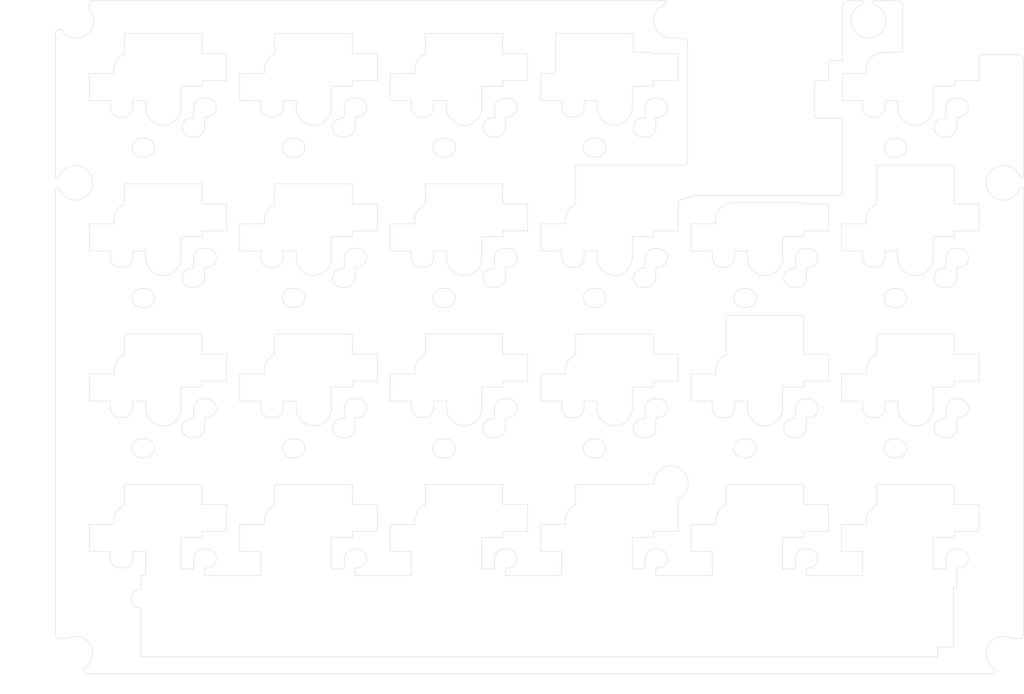
<source format=kicad_pcb>
(kicad_pcb (version 20171130) (host pcbnew "(5.1.12)-1")

  (general
    (thickness 1.6)
    (drawings 880)
    (tracks 0)
    (zones 0)
    (modules 0)
    (nets 1)
  )

  (page A4)
  (layers
    (0 F.Cu signal)
    (31 B.Cu signal)
    (32 B.Adhes user)
    (33 F.Adhes user)
    (34 B.Paste user)
    (35 F.Paste user)
    (36 B.SilkS user)
    (37 F.SilkS user)
    (38 B.Mask user)
    (39 F.Mask user)
    (40 Dwgs.User user)
    (41 Cmts.User user)
    (42 Eco1.User user)
    (43 Eco2.User user)
    (44 Edge.Cuts user)
    (45 Margin user)
    (46 B.CrtYd user)
    (47 F.CrtYd user)
    (48 B.Fab user)
    (49 F.Fab user)
  )

  (setup
    (last_trace_width 0.25)
    (user_trace_width 0.5)
    (trace_clearance 0.2)
    (zone_clearance 0)
    (zone_45_only no)
    (trace_min 0.2)
    (via_size 0.8)
    (via_drill 0.4)
    (via_min_size 0.4)
    (via_min_drill 0.3)
    (uvia_size 0.3)
    (uvia_drill 0.1)
    (uvias_allowed no)
    (uvia_min_size 0.2)
    (uvia_min_drill 0.1)
    (edge_width 0.05)
    (segment_width 0.2)
    (pcb_text_width 0.3)
    (pcb_text_size 1.5 1.5)
    (mod_edge_width 0.12)
    (mod_text_size 1 1)
    (mod_text_width 0.15)
    (pad_size 1.524 1.524)
    (pad_drill 0.762)
    (pad_to_mask_clearance 0)
    (aux_axis_origin 0 0)
    (visible_elements 7FFFFFFF)
    (pcbplotparams
      (layerselection 0x010fc_ffffffff)
      (usegerberextensions false)
      (usegerberattributes true)
      (usegerberadvancedattributes true)
      (creategerberjobfile true)
      (excludeedgelayer true)
      (linewidth 0.100000)
      (plotframeref false)
      (viasonmask false)
      (mode 1)
      (useauxorigin false)
      (hpglpennumber 1)
      (hpglpenspeed 20)
      (hpglpendiameter 15.000000)
      (psnegative false)
      (psa4output false)
      (plotreference true)
      (plotvalue true)
      (plotinvisibletext false)
      (padsonsilk false)
      (subtractmaskfromsilk false)
      (outputformat 1)
      (mirror false)
      (drillshape 1)
      (scaleselection 1)
      (outputdirectory ""))
  )

  (net 0 "")

  (net_class Default "This is the default net class."
    (clearance 0.2)
    (trace_width 0.25)
    (via_dia 0.8)
    (via_drill 0.4)
    (uvia_dia 0.3)
    (uvia_drill 0.1)
  )

  (gr_line (start 65.782024 11.608585) (end 67.270256 11.162101) (layer Edge.Cuts) (width 0.05) (tstamp 63B697DE))
  (gr_arc (start 65.782024 12.203897) (end 65.782024 11.608585) (angle -90) (layer Edge.Cuts) (width 0.05) (tstamp 63B69771))
  (gr_arc (start 65.781975 6.69726) (end 65.781975 7.292572) (angle -90) (layer Edge.Cuts) (width 0.05) (tstamp 63B69761))
  (gr_arc (start 65.781975 -8.217979) (end 66.377287 -8.217979) (angle -90) (layer Edge.Cuts) (width 0.05))
  (gr_line (start 64.293688 -8.813291) (end 65.781975 -8.813291) (layer Edge.Cuts) (width 0.05))
  (gr_line (start -2.827732 69.605804) (end -2.827732 63.433855) (layer Edge.Cuts) (width 0.05))
  (gr_line (start 12.35274 59.305804) (end 12.35274 56.257032) (layer Edge.Cuts) (width 0.05) (tstamp 63B0067A))
  (gr_line (start 9.673836 56.257032) (end 12.35274 56.257032) (layer Edge.Cuts) (width 0.05) (tstamp 63B00678))
  (gr_line (start 28.723836 56.257032) (end 31.40274 56.257032) (layer Edge.Cuts) (width 0.05) (tstamp 63B00670))
  (gr_line (start 31.40274 59.305804) (end 31.40274 56.257032) (layer Edge.Cuts) (width 0.05) (tstamp 63B0066F))
  (gr_line (start 50.45274 59.305804) (end 50.45274 56.257032) (layer Edge.Cuts) (width 0.05) (tstamp 63B00667))
  (gr_line (start 47.773836 56.257032) (end 50.45274 56.257032) (layer Edge.Cuts) (width 0.05) (tstamp 63B00666))
  (gr_line (start 69.50274 59.305804) (end 69.50274 56.257032) (layer Edge.Cuts) (width 0.05) (tstamp 63B0065E))
  (gr_line (start 66.823836 56.257032) (end 69.50274 56.257032) (layer Edge.Cuts) (width 0.05) (tstamp 63B0065D))
  (gr_line (start 78.43242 58.480187) (end 79.911435 58.480187) (layer Edge.Cuts) (width 0.05) (tstamp 63B00606))
  (gr_arc (start 81.567073 58.498717) (end 81.567073 58.349889) (angle -90) (layer Edge.Cuts) (width 0.05) (tstamp 63B00605))
  (gr_line (start 81.418245 59.305804) (end 81.418245 58.498717) (layer Edge.Cuts) (width 0.05) (tstamp 63B00604))
  (gr_arc (start 81.260152 57.15) (end 81.260152 55.950111) (angle -90) (layer Edge.Cuts) (width 0.05) (tstamp 63B00603))
  (gr_line (start 81.567073 58.349889) (end 81.706636 58.349889) (layer Edge.Cuts) (width 0.05) (tstamp 63B00602))
  (gr_arc (start 81.706636 57.15) (end 81.706636 58.349889) (angle -180) (layer Edge.Cuts) (width 0.05) (tstamp 63B00601))
  (gr_line (start 80.060263 57.15) (end 80.060263 58.331359) (layer Edge.Cuts) (width 0.05) (tstamp 63B00600))
  (gr_arc (start 79.911435 58.331359) (end 79.911435 58.480187) (angle -90) (layer Edge.Cuts) (width 0.05) (tstamp 63B005FF))
  (gr_line (start 81.260152 55.950111) (end 81.706636 55.950111) (layer Edge.Cuts) (width 0.05) (tstamp 63B005FE))
  (gr_arc (start 62.210152 57.15) (end 62.210152 55.950111) (angle -90) (layer Edge.Cuts) (width 0.05) (tstamp 63B005EB))
  (gr_line (start 59.38242 58.480187) (end 60.861435 58.480187) (layer Edge.Cuts) (width 0.05) (tstamp 63B005EA))
  (gr_line (start 62.517073 58.349889) (end 62.656636 58.349889) (layer Edge.Cuts) (width 0.05) (tstamp 63B005E9))
  (gr_line (start 62.368245 59.305804) (end 62.368245 58.498717) (layer Edge.Cuts) (width 0.05) (tstamp 63B005E8))
  (gr_arc (start 62.656636 57.15) (end 62.656636 58.349889) (angle -180) (layer Edge.Cuts) (width 0.05) (tstamp 63B005E7))
  (gr_line (start 62.210152 55.950111) (end 62.656636 55.950111) (layer Edge.Cuts) (width 0.05) (tstamp 63B005E6))
  (gr_arc (start 60.861435 58.331359) (end 60.861435 58.480187) (angle -90) (layer Edge.Cuts) (width 0.05) (tstamp 63B005E5))
  (gr_arc (start 62.517073 58.498717) (end 62.517073 58.349889) (angle -90) (layer Edge.Cuts) (width 0.05) (tstamp 63B005E4))
  (gr_line (start 61.010263 57.15) (end 61.010263 58.331359) (layer Edge.Cuts) (width 0.05) (tstamp 63B005E3))
  (gr_line (start 40.33242 58.480187) (end 41.811435 58.480187) (layer Edge.Cuts) (width 0.05) (tstamp 63B005D0))
  (gr_line (start 43.467073 58.349889) (end 43.606636 58.349889) (layer Edge.Cuts) (width 0.05) (tstamp 63B005CF))
  (gr_line (start 43.318245 59.305804) (end 43.318245 58.498717) (layer Edge.Cuts) (width 0.05) (tstamp 63B005CE))
  (gr_line (start 43.160152 55.950111) (end 43.606636 55.950111) (layer Edge.Cuts) (width 0.05) (tstamp 63B005CD))
  (gr_arc (start 41.811435 58.331359) (end 41.811435 58.480187) (angle -90) (layer Edge.Cuts) (width 0.05) (tstamp 63B005CC))
  (gr_arc (start 43.467073 58.498717) (end 43.467073 58.349889) (angle -90) (layer Edge.Cuts) (width 0.05) (tstamp 63B005CB))
  (gr_line (start 41.960263 57.15) (end 41.960263 58.331359) (layer Edge.Cuts) (width 0.05) (tstamp 63B005CA))
  (gr_arc (start 43.160152 57.15) (end 43.160152 55.950111) (angle -90) (layer Edge.Cuts) (width 0.05) (tstamp 63B005C9))
  (gr_arc (start 43.606636 57.15) (end 43.606636 58.349889) (angle -180) (layer Edge.Cuts) (width 0.05) (tstamp 63B005C8))
  (gr_arc (start 24.556636 57.15) (end 24.556636 58.349889) (angle -180) (layer Edge.Cuts) (width 0.05) (tstamp 63B005B5))
  (gr_arc (start 24.110152 57.15) (end 24.110152 55.950111) (angle -90) (layer Edge.Cuts) (width 0.05) (tstamp 63B005B4))
  (gr_line (start 24.417073 58.349889) (end 24.556636 58.349889) (layer Edge.Cuts) (width 0.05) (tstamp 63B005B3))
  (gr_arc (start 22.761435 58.331359) (end 22.761435 58.480187) (angle -90) (layer Edge.Cuts) (width 0.05) (tstamp 63B005B2))
  (gr_line (start 22.910263 57.15) (end 22.910263 58.331359) (layer Edge.Cuts) (width 0.05) (tstamp 63B005B1))
  (gr_line (start 24.268245 59.305804) (end 24.268245 58.498717) (layer Edge.Cuts) (width 0.05) (tstamp 63B005B0))
  (gr_arc (start 24.417073 58.498717) (end 24.417073 58.349889) (angle -90) (layer Edge.Cuts) (width 0.05) (tstamp 63B005AF))
  (gr_line (start 24.110152 55.950111) (end 24.556636 55.950111) (layer Edge.Cuts) (width 0.05) (tstamp 63B005AE))
  (gr_line (start 21.28242 58.480187) (end 22.761435 58.480187) (layer Edge.Cuts) (width 0.05) (tstamp 63B005AD))
  (gr_arc (start 100.756636 19.05) (end 100.756636 20.249889) (angle -180) (layer Edge.Cuts) (width 0.05) (tstamp 63B00574))
  (gr_line (start 91.380472 18.157032) (end 93.01758 18.157032) (layer Edge.Cuts) (width 0.05) (tstamp 63B00573))
  (gr_line (start 100.617073 20.249889) (end 100.756636 20.249889) (layer Edge.Cuts) (width 0.05) (tstamp 63B00572))
  (gr_arc (start 100.310152 19.05) (end 100.310152 17.850111) (angle -90) (layer Edge.Cuts) (width 0.05) (tstamp 63B00571))
  (gr_line (start 98.821872 22.779965) (end 99.268356 22.779965) (layer Edge.Cuts) (width 0.05) (tstamp 63B00570))
  (gr_line (start 88.55274 19.05) (end 88.55274 18.157032) (layer Edge.Cuts) (width 0.05) (tstamp 63B0056F))
  (gr_line (start 100.310152 17.850111) (end 100.756636 17.850111) (layer Edge.Cuts) (width 0.05) (tstamp 63B0056E))
  (gr_line (start 92.485768 22.934077) (end 92.932252 22.934077) (layer Edge.Cuts) (width 0.05) (tstamp 63B0056D))
  (gr_arc (start 98.961435 20.231359) (end 98.961435 20.380187) (angle -90) (layer Edge.Cuts) (width 0.05) (tstamp 63B0056C))
  (gr_arc (start 89.743364 19.05) (end 88.55274 19.05) (angle -90) (layer Edge.Cuts) (width 0.05) (tstamp 63B0056B))
  (gr_line (start 92.485768 25.333855) (end 92.932252 25.333855) (layer Edge.Cuts) (width 0.05) (tstamp 63B0056A))
  (gr_arc (start 99.268356 21.580076) (end 99.268356 22.779965) (angle -90) (layer Edge.Cuts) (width 0.05) (tstamp 63B00569))
  (gr_arc (start 92.932252 24.133966) (end 92.932252 25.333855) (angle -180) (layer Edge.Cuts) (width 0.05) (tstamp 63B00568))
  (gr_arc (start 100.617073 20.398717) (end 100.617073 20.249889) (angle -90) (layer Edge.Cuts) (width 0.05) (tstamp 63B00567))
  (gr_arc (start 92.485768 24.133966) (end 92.485768 22.934077) (angle -180) (layer Edge.Cuts) (width 0.05) (tstamp 63B00566))
  (gr_line (start 99.110263 19.05) (end 99.110263 20.231359) (layer Edge.Cuts) (width 0.05) (tstamp 63B00565))
  (gr_arc (start 98.821872 21.580076) (end 98.821872 20.380187) (angle -180) (layer Edge.Cuts) (width 0.05) (tstamp 63B00564))
  (gr_line (start 89.743364 20.240624) (end 90.189848 20.240624) (layer Edge.Cuts) (width 0.05) (tstamp 63B00563))
  (gr_line (start 98.821872 20.380187) (end 98.961435 20.380187) (layer Edge.Cuts) (width 0.05) (tstamp 63B00562))
  (gr_line (start 100.468245 21.580076) (end 100.468245 20.398717) (layer Edge.Cuts) (width 0.05) (tstamp 63B00561))
  (gr_line (start 85.873836 18.157032) (end 88.55274 18.157032) (layer Edge.Cuts) (width 0.05) (tstamp 63B00560))
  (gr_arc (start 90.189848 19.05) (end 90.189848 20.240624) (angle -90) (layer Edge.Cuts) (width 0.05) (tstamp 63B0055F))
  (gr_line (start 91.380472 19.05) (end 91.380472 18.157032) (layer Edge.Cuts) (width 0.05) (tstamp 63B0055E))
  (gr_arc (start 81.706636 19.05) (end 81.706636 20.249889) (angle -180) (layer Edge.Cuts) (width 0.05) (tstamp 63B0052F))
  (gr_arc (start 80.218356 21.580076) (end 80.218356 22.779965) (angle -90) (layer Edge.Cuts) (width 0.05) (tstamp 63B0052E))
  (gr_line (start 72.330472 18.157032) (end 73.96758 18.157032) (layer Edge.Cuts) (width 0.05) (tstamp 63B0052D))
  (gr_line (start 70.693364 20.240624) (end 71.139848 20.240624) (layer Edge.Cuts) (width 0.05) (tstamp 63B0052C))
  (gr_arc (start 73.435768 24.133966) (end 73.435768 22.934077) (angle -180) (layer Edge.Cuts) (width 0.05) (tstamp 63B0052B))
  (gr_line (start 66.823836 18.157032) (end 69.50274 18.157032) (layer Edge.Cuts) (width 0.05) (tstamp 63B0052A))
  (gr_line (start 80.060263 19.05) (end 80.060263 20.231359) (layer Edge.Cuts) (width 0.05) (tstamp 63B00529))
  (gr_line (start 81.567073 20.249889) (end 81.706636 20.249889) (layer Edge.Cuts) (width 0.05) (tstamp 63B00528))
  (gr_line (start 79.771872 22.779965) (end 80.218356 22.779965) (layer Edge.Cuts) (width 0.05) (tstamp 63B00527))
  (gr_arc (start 81.260152 19.05) (end 81.260152 17.850111) (angle -90) (layer Edge.Cuts) (width 0.05) (tstamp 63B00526))
  (gr_arc (start 79.911435 20.231359) (end 79.911435 20.380187) (angle -90) (layer Edge.Cuts) (width 0.05) (tstamp 63B00525))
  (gr_arc (start 73.882252 24.133966) (end 73.882252 25.333855) (angle -180) (layer Edge.Cuts) (width 0.05) (tstamp 63B00524))
  (gr_line (start 72.330472 19.05) (end 72.330472 18.157032) (layer Edge.Cuts) (width 0.05) (tstamp 63B00523))
  (gr_line (start 81.260152 17.850111) (end 81.706636 17.850111) (layer Edge.Cuts) (width 0.05) (tstamp 63B00522))
  (gr_line (start 69.50274 19.05) (end 69.50274 18.157032) (layer Edge.Cuts) (width 0.05) (tstamp 63B00521))
  (gr_arc (start 79.771872 21.580076) (end 79.771872 20.380187) (angle -180) (layer Edge.Cuts) (width 0.05) (tstamp 63B00520))
  (gr_line (start 81.418245 21.580076) (end 81.418245 20.398717) (layer Edge.Cuts) (width 0.05) (tstamp 63B0051F))
  (gr_arc (start 70.693364 19.05) (end 69.50274 19.05) (angle -90) (layer Edge.Cuts) (width 0.05) (tstamp 63B0051E))
  (gr_arc (start 71.139848 19.05) (end 71.139848 20.240624) (angle -90) (layer Edge.Cuts) (width 0.05) (tstamp 63B0051D))
  (gr_line (start 79.771872 20.380187) (end 79.911435 20.380187) (layer Edge.Cuts) (width 0.05) (tstamp 63B0051C))
  (gr_line (start 73.435768 25.333855) (end 73.882252 25.333855) (layer Edge.Cuts) (width 0.05) (tstamp 63B0051B))
  (gr_arc (start 81.567073 20.398717) (end 81.567073 20.249889) (angle -90) (layer Edge.Cuts) (width 0.05) (tstamp 63B0051A))
  (gr_line (start 73.435768 22.934077) (end 73.882252 22.934077) (layer Edge.Cuts) (width 0.05) (tstamp 63B00519))
  (gr_arc (start 54.832252 24.133966) (end 54.832252 25.333855) (angle -180) (layer Edge.Cuts) (width 0.05) (tstamp 63B004EA))
  (gr_line (start 62.368245 21.580076) (end 62.368245 20.398717) (layer Edge.Cuts) (width 0.05) (tstamp 63B004E9))
  (gr_line (start 54.385768 22.934077) (end 54.832252 22.934077) (layer Edge.Cuts) (width 0.05) (tstamp 63B004E8))
  (gr_line (start 47.773836 18.157032) (end 50.45274 18.157032) (layer Edge.Cuts) (width 0.05) (tstamp 63B004E7))
  (gr_arc (start 62.210152 19.05) (end 62.210152 17.850111) (angle -90) (layer Edge.Cuts) (width 0.05) (tstamp 63B004E6))
  (gr_arc (start 52.089848 19.05) (end 52.089848 20.240624) (angle -90) (layer Edge.Cuts) (width 0.05) (tstamp 63B004E5))
  (gr_line (start 60.721872 20.380187) (end 60.861435 20.380187) (layer Edge.Cuts) (width 0.05) (tstamp 63B004E4))
  (gr_arc (start 62.656636 19.05) (end 62.656636 20.249889) (angle -180) (layer Edge.Cuts) (width 0.05) (tstamp 63B004E3))
  (gr_line (start 61.010263 19.05) (end 61.010263 20.231359) (layer Edge.Cuts) (width 0.05) (tstamp 63B004E2))
  (gr_arc (start 54.385768 24.133966) (end 54.385768 22.934077) (angle -180) (layer Edge.Cuts) (width 0.05) (tstamp 63B004E1))
  (gr_line (start 51.643364 20.240624) (end 52.089848 20.240624) (layer Edge.Cuts) (width 0.05) (tstamp 63B004E0))
  (gr_arc (start 61.168356 21.580076) (end 61.168356 22.779965) (angle -90) (layer Edge.Cuts) (width 0.05) (tstamp 63B004DF))
  (gr_line (start 53.280472 19.05) (end 53.280472 18.157032) (layer Edge.Cuts) (width 0.05) (tstamp 63B004DE))
  (gr_arc (start 60.721872 21.580076) (end 60.721872 20.380187) (angle -180) (layer Edge.Cuts) (width 0.05) (tstamp 63B004DD))
  (gr_line (start 62.517073 20.249889) (end 62.656636 20.249889) (layer Edge.Cuts) (width 0.05) (tstamp 63B004DC))
  (gr_arc (start 60.861435 20.231359) (end 60.861435 20.380187) (angle -90) (layer Edge.Cuts) (width 0.05) (tstamp 63B004DB))
  (gr_line (start 54.385768 25.333855) (end 54.832252 25.333855) (layer Edge.Cuts) (width 0.05) (tstamp 63B004DA))
  (gr_arc (start 62.517073 20.398717) (end 62.517073 20.249889) (angle -90) (layer Edge.Cuts) (width 0.05) (tstamp 63B004D9))
  (gr_line (start 60.721872 22.779965) (end 61.168356 22.779965) (layer Edge.Cuts) (width 0.05) (tstamp 63B004D8))
  (gr_line (start 53.280472 18.157032) (end 54.91758 18.157032) (layer Edge.Cuts) (width 0.05) (tstamp 63B004D7))
  (gr_arc (start 51.643364 19.05) (end 50.45274 19.05) (angle -90) (layer Edge.Cuts) (width 0.05) (tstamp 63B004D6))
  (gr_line (start 62.210152 17.850111) (end 62.656636 17.850111) (layer Edge.Cuts) (width 0.05) (tstamp 63B004D5))
  (gr_line (start 50.45274 19.05) (end 50.45274 18.157032) (layer Edge.Cuts) (width 0.05) (tstamp 63B004D4))
  (gr_line (start 43.160152 17.850111) (end 43.606636 17.850111) (layer Edge.Cuts) (width 0.05) (tstamp 63B004A5))
  (gr_arc (start 35.782252 24.133966) (end 35.782252 25.333855) (angle -180) (layer Edge.Cuts) (width 0.05) (tstamp 63B004A4))
  (gr_arc (start 43.467073 20.398717) (end 43.467073 20.249889) (angle -90) (layer Edge.Cuts) (width 0.05) (tstamp 63B004A3))
  (gr_line (start 43.318245 21.580076) (end 43.318245 20.398717) (layer Edge.Cuts) (width 0.05) (tstamp 63B004A2))
  (gr_line (start 35.335768 22.934077) (end 35.782252 22.934077) (layer Edge.Cuts) (width 0.05) (tstamp 63B004A1))
  (gr_line (start 41.671872 22.779965) (end 42.118356 22.779965) (layer Edge.Cuts) (width 0.05) (tstamp 63B004A0))
  (gr_line (start 31.40274 19.05) (end 31.40274 18.157032) (layer Edge.Cuts) (width 0.05) (tstamp 63B0049F))
  (gr_line (start 28.723836 18.157032) (end 31.40274 18.157032) (layer Edge.Cuts) (width 0.05) (tstamp 63B0049E))
  (gr_arc (start 43.160152 19.05) (end 43.160152 17.850111) (angle -90) (layer Edge.Cuts) (width 0.05) (tstamp 63B0049D))
  (gr_line (start 41.960263 19.05) (end 41.960263 20.231359) (layer Edge.Cuts) (width 0.05) (tstamp 63B0049C))
  (gr_arc (start 35.335768 24.133966) (end 35.335768 22.934077) (angle -180) (layer Edge.Cuts) (width 0.05) (tstamp 63B0049B))
  (gr_line (start 35.335768 25.333855) (end 35.782252 25.333855) (layer Edge.Cuts) (width 0.05) (tstamp 63B0049A))
  (gr_line (start 32.593364 20.240624) (end 33.039848 20.240624) (layer Edge.Cuts) (width 0.05) (tstamp 63B00499))
  (gr_arc (start 42.118356 21.580076) (end 42.118356 22.779965) (angle -90) (layer Edge.Cuts) (width 0.05) (tstamp 63B00498))
  (gr_line (start 41.671872 20.380187) (end 41.811435 20.380187) (layer Edge.Cuts) (width 0.05) (tstamp 63B00497))
  (gr_arc (start 33.039848 19.05) (end 33.039848 20.240624) (angle -90) (layer Edge.Cuts) (width 0.05) (tstamp 63B00496))
  (gr_line (start 34.230472 19.05) (end 34.230472 18.157032) (layer Edge.Cuts) (width 0.05) (tstamp 63B00495))
  (gr_arc (start 41.671872 21.580076) (end 41.671872 20.380187) (angle -180) (layer Edge.Cuts) (width 0.05) (tstamp 63B00494))
  (gr_line (start 34.230472 18.157032) (end 35.86758 18.157032) (layer Edge.Cuts) (width 0.05) (tstamp 63B00493))
  (gr_line (start 43.467073 20.249889) (end 43.606636 20.249889) (layer Edge.Cuts) (width 0.05) (tstamp 63B00492))
  (gr_arc (start 41.811435 20.231359) (end 41.811435 20.380187) (angle -90) (layer Edge.Cuts) (width 0.05) (tstamp 63B00491))
  (gr_arc (start 43.606636 19.05) (end 43.606636 20.249889) (angle -180) (layer Edge.Cuts) (width 0.05) (tstamp 63B00490))
  (gr_arc (start 32.593364 19.05) (end 31.40274 19.05) (angle -90) (layer Edge.Cuts) (width 0.05) (tstamp 63B0048F))
  (gr_line (start 24.268245 21.580076) (end 24.268245 20.398717) (layer Edge.Cuts) (width 0.05) (tstamp 63B00460))
  (gr_line (start 24.110152 17.850111) (end 24.556636 17.850111) (layer Edge.Cuts) (width 0.05) (tstamp 63B0045F))
  (gr_line (start 16.285768 22.934077) (end 16.732252 22.934077) (layer Edge.Cuts) (width 0.05) (tstamp 63B0045E))
  (gr_line (start 22.621872 22.779965) (end 23.068356 22.779965) (layer Edge.Cuts) (width 0.05) (tstamp 63B0045D))
  (gr_line (start 9.673836 18.157032) (end 12.35274 18.157032) (layer Edge.Cuts) (width 0.05) (tstamp 63B0045C))
  (gr_arc (start 24.417073 20.398717) (end 24.417073 20.249889) (angle -90) (layer Edge.Cuts) (width 0.05) (tstamp 63B0045B))
  (gr_arc (start 16.732252 24.133966) (end 16.732252 25.333855) (angle -180) (layer Edge.Cuts) (width 0.05) (tstamp 63B0045A))
  (gr_line (start 12.35274 19.05) (end 12.35274 18.157032) (layer Edge.Cuts) (width 0.05) (tstamp 63B00459))
  (gr_arc (start 24.110152 19.05) (end 24.110152 17.850111) (angle -90) (layer Edge.Cuts) (width 0.05) (tstamp 63B00458))
  (gr_arc (start 13.989848 19.05) (end 13.989848 20.240624) (angle -90) (layer Edge.Cuts) (width 0.05) (tstamp 63B00457))
  (gr_line (start 15.180472 19.05) (end 15.180472 18.157032) (layer Edge.Cuts) (width 0.05) (tstamp 63B00456))
  (gr_arc (start 22.621872 21.580076) (end 22.621872 20.380187) (angle -180) (layer Edge.Cuts) (width 0.05) (tstamp 63B00455))
  (gr_arc (start 24.556636 19.05) (end 24.556636 20.249889) (angle -180) (layer Edge.Cuts) (width 0.05) (tstamp 63B00454))
  (gr_line (start 22.910263 19.05) (end 22.910263 20.231359) (layer Edge.Cuts) (width 0.05) (tstamp 63B00453))
  (gr_arc (start 22.761435 20.231359) (end 22.761435 20.380187) (angle -90) (layer Edge.Cuts) (width 0.05) (tstamp 63B00452))
  (gr_arc (start 16.285768 24.133966) (end 16.285768 22.934077) (angle -180) (layer Edge.Cuts) (width 0.05) (tstamp 63B00451))
  (gr_line (start 16.285768 25.333855) (end 16.732252 25.333855) (layer Edge.Cuts) (width 0.05) (tstamp 63B00450))
  (gr_arc (start 23.068356 21.580076) (end 23.068356 22.779965) (angle -90) (layer Edge.Cuts) (width 0.05) (tstamp 63B0044F))
  (gr_line (start 15.180472 18.157032) (end 16.81758 18.157032) (layer Edge.Cuts) (width 0.05) (tstamp 63B0044E))
  (gr_line (start 24.417073 20.249889) (end 24.556636 20.249889) (layer Edge.Cuts) (width 0.05) (tstamp 63B0044D))
  (gr_line (start 13.543364 20.240624) (end 13.989848 20.240624) (layer Edge.Cuts) (width 0.05) (tstamp 63B0044C))
  (gr_arc (start 13.543364 19.05) (end 12.35274 19.05) (angle -90) (layer Edge.Cuts) (width 0.05) (tstamp 63B0044B))
  (gr_line (start 22.621872 20.380187) (end 22.761435 20.380187) (layer Edge.Cuts) (width 0.05) (tstamp 63B0044A))
  (gr_arc (start 22.761435 39.281359) (end 22.761435 39.430187) (angle -90) (layer Edge.Cuts) (width 0.05) (tstamp 63B0041B))
  (gr_line (start 24.268245 40.630076) (end 24.268245 39.448717) (layer Edge.Cuts) (width 0.05) (tstamp 63B0041A))
  (gr_line (start 22.621872 41.829965) (end 23.068356 41.829965) (layer Edge.Cuts) (width 0.05) (tstamp 63B00419))
  (gr_arc (start 16.285768 43.183966) (end 16.285768 41.984077) (angle -180) (layer Edge.Cuts) (width 0.05) (tstamp 63B00418))
  (gr_arc (start 24.417073 39.448717) (end 24.417073 39.299889) (angle -90) (layer Edge.Cuts) (width 0.05) (tstamp 63B00417))
  (gr_arc (start 16.732252 43.183966) (end 16.732252 44.383855) (angle -180) (layer Edge.Cuts) (width 0.05) (tstamp 63B00416))
  (gr_line (start 16.285768 44.383855) (end 16.732252 44.383855) (layer Edge.Cuts) (width 0.05) (tstamp 63B00415))
  (gr_line (start 15.180472 38.1) (end 15.180472 37.207032) (layer Edge.Cuts) (width 0.05) (tstamp 63B00414))
  (gr_line (start 9.673836 37.207032) (end 12.35274 37.207032) (layer Edge.Cuts) (width 0.05) (tstamp 63B00413))
  (gr_arc (start 13.989848 38.1) (end 13.989848 39.290624) (angle -90) (layer Edge.Cuts) (width 0.05) (tstamp 63B00412))
  (gr_line (start 12.35274 38.1) (end 12.35274 37.207032) (layer Edge.Cuts) (width 0.05) (tstamp 63B00411))
  (gr_arc (start 22.621872 40.630076) (end 22.621872 39.430187) (angle -180) (layer Edge.Cuts) (width 0.05) (tstamp 63B00410))
  (gr_arc (start 24.110152 38.1) (end 24.110152 36.900111) (angle -90) (layer Edge.Cuts) (width 0.05) (tstamp 63B0040F))
  (gr_line (start 24.110152 36.900111) (end 24.556636 36.900111) (layer Edge.Cuts) (width 0.05) (tstamp 63B0040E))
  (gr_arc (start 23.068356 40.630076) (end 23.068356 41.829965) (angle -90) (layer Edge.Cuts) (width 0.05) (tstamp 63B0040D))
  (gr_line (start 16.285768 41.984077) (end 16.732252 41.984077) (layer Edge.Cuts) (width 0.05) (tstamp 63B0040C))
  (gr_arc (start 24.556636 38.1) (end 24.556636 39.299889) (angle -180) (layer Edge.Cuts) (width 0.05) (tstamp 63B0040B))
  (gr_line (start 15.180472 37.207032) (end 16.81758 37.207032) (layer Edge.Cuts) (width 0.05) (tstamp 63B0040A))
  (gr_line (start 22.910263 38.1) (end 22.910263 39.281359) (layer Edge.Cuts) (width 0.05) (tstamp 63B00409))
  (gr_line (start 24.417073 39.299889) (end 24.556636 39.299889) (layer Edge.Cuts) (width 0.05) (tstamp 63B00408))
  (gr_line (start 13.543364 39.290624) (end 13.989848 39.290624) (layer Edge.Cuts) (width 0.05) (tstamp 63B00407))
  (gr_line (start 22.621872 39.430187) (end 22.761435 39.430187) (layer Edge.Cuts) (width 0.05) (tstamp 63B00406))
  (gr_arc (start 13.543364 38.1) (end 12.35274 38.1) (angle -90) (layer Edge.Cuts) (width 0.05) (tstamp 63B00405))
  (gr_arc (start 43.606636 38.1) (end 43.606636 39.299889) (angle -180) (layer Edge.Cuts) (width 0.05) (tstamp 63B003D6))
  (gr_line (start 35.335768 41.984077) (end 35.782252 41.984077) (layer Edge.Cuts) (width 0.05) (tstamp 63B003D5))
  (gr_line (start 34.230472 37.207032) (end 35.86758 37.207032) (layer Edge.Cuts) (width 0.05) (tstamp 63B003D4))
  (gr_arc (start 41.811435 39.281359) (end 41.811435 39.430187) (angle -90) (layer Edge.Cuts) (width 0.05) (tstamp 63B003D3))
  (gr_arc (start 43.467073 39.448717) (end 43.467073 39.299889) (angle -90) (layer Edge.Cuts) (width 0.05) (tstamp 63B003D2))
  (gr_line (start 41.960263 38.1) (end 41.960263 39.281359) (layer Edge.Cuts) (width 0.05) (tstamp 63B003D1))
  (gr_line (start 35.335768 44.383855) (end 35.782252 44.383855) (layer Edge.Cuts) (width 0.05) (tstamp 63B003D0))
  (gr_line (start 34.230472 38.1) (end 34.230472 37.207032) (layer Edge.Cuts) (width 0.05) (tstamp 63B003CF))
  (gr_line (start 43.467073 39.299889) (end 43.606636 39.299889) (layer Edge.Cuts) (width 0.05) (tstamp 63B003CE))
  (gr_line (start 43.160152 36.900111) (end 43.606636 36.900111) (layer Edge.Cuts) (width 0.05) (tstamp 63B003CD))
  (gr_arc (start 35.782252 43.183966) (end 35.782252 44.383855) (angle -180) (layer Edge.Cuts) (width 0.05) (tstamp 63B003CC))
  (gr_line (start 28.723836 37.207032) (end 31.40274 37.207032) (layer Edge.Cuts) (width 0.05) (tstamp 63B003CB))
  (gr_arc (start 33.039848 38.1) (end 33.039848 39.290624) (angle -90) (layer Edge.Cuts) (width 0.05) (tstamp 63B003CA))
  (gr_line (start 31.40274 38.1) (end 31.40274 37.207032) (layer Edge.Cuts) (width 0.05) (tstamp 63B003C9))
  (gr_arc (start 41.671872 40.630076) (end 41.671872 39.430187) (angle -180) (layer Edge.Cuts) (width 0.05) (tstamp 63B003C8))
  (gr_line (start 41.671872 41.829965) (end 42.118356 41.829965) (layer Edge.Cuts) (width 0.05) (tstamp 63B003C7))
  (gr_line (start 32.593364 39.290624) (end 33.039848 39.290624) (layer Edge.Cuts) (width 0.05) (tstamp 63B003C6))
  (gr_arc (start 35.335768 43.183966) (end 35.335768 41.984077) (angle -180) (layer Edge.Cuts) (width 0.05) (tstamp 63B003C5))
  (gr_arc (start 43.160152 38.1) (end 43.160152 36.900111) (angle -90) (layer Edge.Cuts) (width 0.05) (tstamp 63B003C4))
  (gr_line (start 41.671872 39.430187) (end 41.811435 39.430187) (layer Edge.Cuts) (width 0.05) (tstamp 63B003C3))
  (gr_arc (start 42.118356 40.630076) (end 42.118356 41.829965) (angle -90) (layer Edge.Cuts) (width 0.05) (tstamp 63B003C2))
  (gr_arc (start 32.593364 38.1) (end 31.40274 38.1) (angle -90) (layer Edge.Cuts) (width 0.05) (tstamp 63B003C1))
  (gr_line (start 43.318245 40.630076) (end 43.318245 39.448717) (layer Edge.Cuts) (width 0.05) (tstamp 63B003C0))
  (gr_line (start 53.280472 38.1) (end 53.280472 37.207032) (layer Edge.Cuts) (width 0.05) (tstamp 63B00391))
  (gr_line (start 62.517073 39.299889) (end 62.656636 39.299889) (layer Edge.Cuts) (width 0.05) (tstamp 63B00390))
  (gr_arc (start 62.210152 38.1) (end 62.210152 36.900111) (angle -90) (layer Edge.Cuts) (width 0.05) (tstamp 63B0038F))
  (gr_line (start 54.385768 44.383855) (end 54.832252 44.383855) (layer Edge.Cuts) (width 0.05) (tstamp 63B0038E))
  (gr_line (start 47.773836 37.207032) (end 50.45274 37.207032) (layer Edge.Cuts) (width 0.05) (tstamp 63B0038D))
  (gr_line (start 60.721872 39.430187) (end 60.861435 39.430187) (layer Edge.Cuts) (width 0.05) (tstamp 63B0038C))
  (gr_arc (start 61.168356 40.630076) (end 61.168356 41.829965) (angle -90) (layer Edge.Cuts) (width 0.05) (tstamp 63B0038B))
  (gr_arc (start 52.089848 38.1) (end 52.089848 39.290624) (angle -90) (layer Edge.Cuts) (width 0.05) (tstamp 63B0038A))
  (gr_line (start 60.721872 41.829965) (end 61.168356 41.829965) (layer Edge.Cuts) (width 0.05) (tstamp 63B00389))
  (gr_line (start 62.210152 36.900111) (end 62.656636 36.900111) (layer Edge.Cuts) (width 0.05) (tstamp 63B00388))
  (gr_line (start 51.643364 39.290624) (end 52.089848 39.290624) (layer Edge.Cuts) (width 0.05) (tstamp 63B00387))
  (gr_line (start 62.368245 40.630076) (end 62.368245 39.448717) (layer Edge.Cuts) (width 0.05) (tstamp 63B00386))
  (gr_line (start 50.45274 38.1) (end 50.45274 37.207032) (layer Edge.Cuts) (width 0.05) (tstamp 63B00385))
  (gr_arc (start 54.385768 43.183966) (end 54.385768 41.984077) (angle -180) (layer Edge.Cuts) (width 0.05) (tstamp 63B00384))
  (gr_arc (start 60.861435 39.281359) (end 60.861435 39.430187) (angle -90) (layer Edge.Cuts) (width 0.05) (tstamp 63B00383))
  (gr_arc (start 51.643364 38.1) (end 50.45274 38.1) (angle -90) (layer Edge.Cuts) (width 0.05) (tstamp 63B00382))
  (gr_line (start 54.385768 41.984077) (end 54.832252 41.984077) (layer Edge.Cuts) (width 0.05) (tstamp 63B00381))
  (gr_arc (start 60.721872 40.630076) (end 60.721872 39.430187) (angle -180) (layer Edge.Cuts) (width 0.05) (tstamp 63B00380))
  (gr_arc (start 62.656636 38.1) (end 62.656636 39.299889) (angle -180) (layer Edge.Cuts) (width 0.05) (tstamp 63B0037F))
  (gr_arc (start 62.517073 39.448717) (end 62.517073 39.299889) (angle -90) (layer Edge.Cuts) (width 0.05) (tstamp 63B0037E))
  (gr_line (start 61.010263 38.1) (end 61.010263 39.281359) (layer Edge.Cuts) (width 0.05) (tstamp 63B0037D))
  (gr_line (start 53.280472 37.207032) (end 54.91758 37.207032) (layer Edge.Cuts) (width 0.05) (tstamp 63B0037C))
  (gr_arc (start 54.832252 43.183966) (end 54.832252 44.383855) (angle -180) (layer Edge.Cuts) (width 0.05) (tstamp 63B0037B))
  (gr_arc (start 81.260152 38.1) (end 81.260152 36.900111) (angle -90) (layer Edge.Cuts) (width 0.05) (tstamp 63B0034C))
  (gr_line (start 73.435768 44.383855) (end 73.882252 44.383855) (layer Edge.Cuts) (width 0.05) (tstamp 63B0034B))
  (gr_line (start 66.823836 37.207032) (end 69.50274 37.207032) (layer Edge.Cuts) (width 0.05) (tstamp 63B0034A))
  (gr_line (start 81.260152 36.900111) (end 81.706636 36.900111) (layer Edge.Cuts) (width 0.05) (tstamp 63B00349))
  (gr_arc (start 80.218356 40.630076) (end 80.218356 41.829965) (angle -90) (layer Edge.Cuts) (width 0.05) (tstamp 63B00348))
  (gr_arc (start 71.139848 38.1) (end 71.139848 39.290624) (angle -90) (layer Edge.Cuts) (width 0.05) (tstamp 63B00347))
  (gr_line (start 79.771872 39.430187) (end 79.911435 39.430187) (layer Edge.Cuts) (width 0.05) (tstamp 63B00346))
  (gr_line (start 79.771872 41.829965) (end 80.218356 41.829965) (layer Edge.Cuts) (width 0.05) (tstamp 63B00345))
  (gr_line (start 72.330472 38.1) (end 72.330472 37.207032) (layer Edge.Cuts) (width 0.05) (tstamp 63B00344))
  (gr_line (start 81.567073 39.299889) (end 81.706636 39.299889) (layer Edge.Cuts) (width 0.05) (tstamp 63B00343))
  (gr_line (start 81.418245 40.630076) (end 81.418245 39.448717) (layer Edge.Cuts) (width 0.05) (tstamp 63B00342))
  (gr_line (start 73.435768 41.984077) (end 73.882252 41.984077) (layer Edge.Cuts) (width 0.05) (tstamp 63B00341))
  (gr_line (start 80.060263 38.1) (end 80.060263 39.281359) (layer Edge.Cuts) (width 0.05) (tstamp 63B00340))
  (gr_line (start 72.330472 37.207032) (end 73.96758 37.207032) (layer Edge.Cuts) (width 0.05) (tstamp 63B0033F))
  (gr_arc (start 79.771872 40.630076) (end 79.771872 39.430187) (angle -180) (layer Edge.Cuts) (width 0.05) (tstamp 63B0033E))
  (gr_line (start 69.50274 38.1) (end 69.50274 37.207032) (layer Edge.Cuts) (width 0.05) (tstamp 63B0033D))
  (gr_arc (start 73.435768 43.183966) (end 73.435768 41.984077) (angle -180) (layer Edge.Cuts) (width 0.05) (tstamp 63B0033C))
  (gr_arc (start 79.911435 39.281359) (end 79.911435 39.430187) (angle -90) (layer Edge.Cuts) (width 0.05) (tstamp 63B0033B))
  (gr_arc (start 81.706636 38.1) (end 81.706636 39.299889) (angle -180) (layer Edge.Cuts) (width 0.05) (tstamp 63B0033A))
  (gr_line (start 70.693364 39.290624) (end 71.139848 39.290624) (layer Edge.Cuts) (width 0.05) (tstamp 63B00339))
  (gr_arc (start 81.567073 39.448717) (end 81.567073 39.299889) (angle -90) (layer Edge.Cuts) (width 0.05) (tstamp 63B00338))
  (gr_arc (start 70.693364 38.1) (end 69.50274 38.1) (angle -90) (layer Edge.Cuts) (width 0.05) (tstamp 63B00337))
  (gr_arc (start 73.882252 43.183966) (end 73.882252 44.383855) (angle -180) (layer Edge.Cuts) (width 0.05) (tstamp 63B00336))
  (gr_arc (start 100.617073 39.448717) (end 100.617073 39.299889) (angle -90) (layer Edge.Cuts) (width 0.05) (tstamp 63B00307))
  (gr_arc (start 100.310152 38.1) (end 100.310152 36.900111) (angle -90) (layer Edge.Cuts) (width 0.05) (tstamp 63B00306))
  (gr_arc (start 99.268356 40.630076) (end 99.268356 41.829965) (angle -90) (layer Edge.Cuts) (width 0.05) (tstamp 63B00305))
  (gr_arc (start 90.189848 38.1) (end 90.189848 39.290624) (angle -90) (layer Edge.Cuts) (width 0.05) (tstamp 63B00304))
  (gr_line (start 98.821872 39.430187) (end 98.961435 39.430187) (layer Edge.Cuts) (width 0.05) (tstamp 63B00303))
  (gr_line (start 100.617073 39.299889) (end 100.756636 39.299889) (layer Edge.Cuts) (width 0.05) (tstamp 63B00302))
  (gr_line (start 98.821872 41.829965) (end 99.268356 41.829965) (layer Edge.Cuts) (width 0.05) (tstamp 63B00301))
  (gr_line (start 100.468245 40.630076) (end 100.468245 39.448717) (layer Edge.Cuts) (width 0.05) (tstamp 63B00300))
  (gr_line (start 91.380472 37.207032) (end 93.01758 37.207032) (layer Edge.Cuts) (width 0.05) (tstamp 63B002FF))
  (gr_arc (start 100.756636 38.1) (end 100.756636 39.299889) (angle -180) (layer Edge.Cuts) (width 0.05) (tstamp 63B002FE))
  (gr_arc (start 89.743364 38.1) (end 88.55274 38.1) (angle -90) (layer Edge.Cuts) (width 0.05) (tstamp 63B002FD))
  (gr_line (start 89.743364 39.290624) (end 90.189848 39.290624) (layer Edge.Cuts) (width 0.05) (tstamp 63B002FC))
  (gr_line (start 88.55274 38.1) (end 88.55274 37.207032) (layer Edge.Cuts) (width 0.05) (tstamp 63B002FB))
  (gr_line (start 92.485768 44.383855) (end 92.932252 44.383855) (layer Edge.Cuts) (width 0.05) (tstamp 63B002FA))
  (gr_arc (start 98.821872 40.630076) (end 98.821872 39.430187) (angle -180) (layer Edge.Cuts) (width 0.05) (tstamp 63B002F9))
  (gr_arc (start 98.961435 39.281359) (end 98.961435 39.430187) (angle -90) (layer Edge.Cuts) (width 0.05) (tstamp 63B002F8))
  (gr_arc (start 92.485768 43.183966) (end 92.485768 41.984077) (angle -180) (layer Edge.Cuts) (width 0.05) (tstamp 63B002F7))
  (gr_line (start 85.873836 37.207032) (end 88.55274 37.207032) (layer Edge.Cuts) (width 0.05) (tstamp 63B002F6))
  (gr_line (start 92.485768 41.984077) (end 92.932252 41.984077) (layer Edge.Cuts) (width 0.05) (tstamp 63B002F5))
  (gr_line (start 99.110263 38.1) (end 99.110263 39.281359) (layer Edge.Cuts) (width 0.05) (tstamp 63B002F4))
  (gr_arc (start 92.932252 43.183966) (end 92.932252 44.383855) (angle -180) (layer Edge.Cuts) (width 0.05) (tstamp 63B002F3))
  (gr_line (start 100.310152 36.900111) (end 100.756636 36.900111) (layer Edge.Cuts) (width 0.05) (tstamp 63B002F2))
  (gr_line (start 91.380472 38.1) (end 91.380472 37.207032) (layer Edge.Cuts) (width 0.05) (tstamp 63B002F1))
  (gr_line (start 99.110263 57.15) (end 99.110263 58.331359) (layer Edge.Cuts) (width 0.05) (tstamp 63B002C2))
  (gr_line (start 97.48242 58.480187) (end 98.961435 58.480187) (layer Edge.Cuts) (width 0.05) (tstamp 63B002C0))
  (gr_line (start 100.468245 60.81948) (end 100.468245 58.498717) (layer Edge.Cuts) (width 0.05) (tstamp 63B002BB))
  (gr_line (start 100.310152 55.950111) (end 100.756636 55.950111) (layer Edge.Cuts) (width 0.05) (tstamp 63B002B7))
  (gr_arc (start 100.617073 58.498717) (end 100.617073 58.349889) (angle -90) (layer Edge.Cuts) (width 0.05) (tstamp 63B002B6))
  (gr_line (start 100.617073 58.349889) (end 100.756636 58.349889) (layer Edge.Cuts) (width 0.05) (tstamp 63B002B3))
  (gr_arc (start 100.756636 57.15) (end 100.756636 58.349889) (angle -180) (layer Edge.Cuts) (width 0.05) (tstamp 63B002B1))
  (gr_arc (start 98.961435 58.331359) (end 98.961435 58.480187) (angle -90) (layer Edge.Cuts) (width 0.05) (tstamp 63B002AF))
  (gr_arc (start 100.310152 57.15) (end 100.310152 55.950111) (angle -90) (layer Edge.Cuts) (width 0.05) (tstamp 63B002AC))
  (gr_line (start 5.060152 55.950111) (end 5.506636 55.950111) (layer Edge.Cuts) (width 0.05) (tstamp 63B00169))
  (gr_line (start 5.218245 59.305804) (end 5.218245 58.498717) (layer Edge.Cuts) (width 0.05) (tstamp 63B00168))
  (gr_arc (start 5.060152 57.15) (end 5.060152 55.950111) (angle -90) (layer Edge.Cuts) (width 0.05) (tstamp 63B00167))
  (gr_line (start -3.869528 57.15) (end -3.869528 56.257032) (layer Edge.Cuts) (width 0.05) (tstamp 63B00166))
  (gr_line (start -9.376164 56.257032) (end -6.69726 56.257032) (layer Edge.Cuts) (width 0.05) (tstamp 63B00164))
  (gr_line (start 2.23242 58.480187) (end 3.711435 58.480187) (layer Edge.Cuts) (width 0.05) (tstamp 63B00163))
  (gr_line (start 5.367073 58.349889) (end 5.506636 58.349889) (layer Edge.Cuts) (width 0.05) (tstamp 63B00162))
  (gr_line (start 3.860263 57.15) (end 3.860263 58.331359) (layer Edge.Cuts) (width 0.05) (tstamp 63B00161))
  (gr_line (start -3.869528 56.257032) (end -2.23242 56.257032) (layer Edge.Cuts) (width 0.05) (tstamp 63B00160))
  (gr_arc (start 3.711435 58.331359) (end 3.711435 58.480187) (angle -90) (layer Edge.Cuts) (width 0.05) (tstamp 63B0015E))
  (gr_arc (start -2.827732 62.233966) (end -2.827732 61.034077) (angle -180) (layer Edge.Cuts) (width 0.05) (tstamp 63B0015D))
  (gr_arc (start -5.060152 57.15) (end -5.060152 58.340624) (angle -90) (layer Edge.Cuts) (width 0.05) (tstamp 63B0015C))
  (gr_arc (start 5.506636 57.15) (end 5.506636 58.349889) (angle -180) (layer Edge.Cuts) (width 0.05) (tstamp 63B0015A))
  (gr_arc (start -5.506636 57.15) (end -6.69726 57.15) (angle -90) (layer Edge.Cuts) (width 0.05) (tstamp 63B00159))
  (gr_arc (start 5.367073 58.498717) (end 5.367073 58.349889) (angle -90) (layer Edge.Cuts) (width 0.05) (tstamp 63B00156))
  (gr_line (start -5.506636 58.340624) (end -5.060152 58.340624) (layer Edge.Cuts) (width 0.05) (tstamp 63B00154))
  (gr_line (start -6.69726 57.15) (end -6.69726 56.257032) (layer Edge.Cuts) (width 0.05) (tstamp 63B00153))
  (gr_arc (start 5.060152 38.1) (end 5.060152 36.900111) (angle -90) (layer Edge.Cuts) (width 0.05) (tstamp 63B00124))
  (gr_line (start -2.764232 44.383855) (end -2.317748 44.383855) (layer Edge.Cuts) (width 0.05) (tstamp 63B00123))
  (gr_line (start 5.218245 40.630076) (end 5.218245 39.448717) (layer Edge.Cuts) (width 0.05) (tstamp 63B00122))
  (gr_line (start 5.367073 39.299889) (end 5.506636 39.299889) (layer Edge.Cuts) (width 0.05) (tstamp 63B00121))
  (gr_line (start 3.860263 38.1) (end 3.860263 39.281359) (layer Edge.Cuts) (width 0.05) (tstamp 63B00120))
  (gr_line (start -3.869528 37.207032) (end -2.23242 37.207032) (layer Edge.Cuts) (width 0.05) (tstamp 63B0011F))
  (gr_line (start 3.571872 39.430187) (end 3.711435 39.430187) (layer Edge.Cuts) (width 0.05) (tstamp 63B0011E))
  (gr_line (start -3.869528 38.1) (end -3.869528 37.207032) (layer Edge.Cuts) (width 0.05) (tstamp 63B0011D))
  (gr_arc (start 3.711435 39.281359) (end 3.711435 39.430187) (angle -90) (layer Edge.Cuts) (width 0.05) (tstamp 63B0011C))
  (gr_line (start -2.764232 41.984077) (end -2.317748 41.984077) (layer Edge.Cuts) (width 0.05) (tstamp 63B0011B))
  (gr_line (start -9.376164 37.207032) (end -6.69726 37.207032) (layer Edge.Cuts) (width 0.05) (tstamp 63B0011A))
  (gr_line (start 5.060152 36.900111) (end 5.506636 36.900111) (layer Edge.Cuts) (width 0.05) (tstamp 63B00119))
  (gr_arc (start -2.764232 43.183966) (end -2.764232 41.984077) (angle -180) (layer Edge.Cuts) (width 0.05) (tstamp 63B00118))
  (gr_arc (start 5.506636 38.1) (end 5.506636 39.299889) (angle -180) (layer Edge.Cuts) (width 0.05) (tstamp 63B00117))
  (gr_arc (start -5.060152 38.1) (end -5.060152 39.290624) (angle -90) (layer Edge.Cuts) (width 0.05) (tstamp 63B00116))
  (gr_arc (start -5.506636 38.1) (end -6.69726 38.1) (angle -90) (layer Edge.Cuts) (width 0.05) (tstamp 63B00115))
  (gr_arc (start -2.317748 43.183966) (end -2.317748 44.383855) (angle -180) (layer Edge.Cuts) (width 0.05) (tstamp 63B00114))
  (gr_line (start 3.571872 41.829965) (end 4.018356 41.829965) (layer Edge.Cuts) (width 0.05) (tstamp 63B00113))
  (gr_line (start -5.506636 39.290624) (end -5.060152 39.290624) (layer Edge.Cuts) (width 0.05) (tstamp 63B00112))
  (gr_line (start -6.69726 38.1) (end -6.69726 37.207032) (layer Edge.Cuts) (width 0.05) (tstamp 63B00111))
  (gr_arc (start 4.018356 40.630076) (end 4.018356 41.829965) (angle -90) (layer Edge.Cuts) (width 0.05) (tstamp 63B00110))
  (gr_arc (start 3.571872 40.630076) (end 3.571872 39.430187) (angle -180) (layer Edge.Cuts) (width 0.05) (tstamp 63B0010F))
  (gr_arc (start 5.367073 39.448717) (end 5.367073 39.299889) (angle -90) (layer Edge.Cuts) (width 0.05) (tstamp 63B0010E))
  (gr_line (start -2.764232 25.333855) (end -2.317748 25.333855) (layer Edge.Cuts) (width 0.05) (tstamp 63B000DF))
  (gr_line (start 5.218245 21.580076) (end 5.218245 20.398717) (layer Edge.Cuts) (width 0.05) (tstamp 63B000DE))
  (gr_line (start 3.860263 19.05) (end 3.860263 20.231359) (layer Edge.Cuts) (width 0.05) (tstamp 63B000DD))
  (gr_arc (start 5.367073 20.398717) (end 5.367073 20.249889) (angle -90) (layer Edge.Cuts) (width 0.05) (tstamp 63B000DC))
  (gr_arc (start 3.711435 20.231359) (end 3.711435 20.380187) (angle -90) (layer Edge.Cuts) (width 0.05) (tstamp 63B000DB))
  (gr_line (start -3.869528 18.157032) (end -2.23242 18.157032) (layer Edge.Cuts) (width 0.05) (tstamp 63B000DA))
  (gr_arc (start -2.317748 24.133966) (end -2.317748 25.333855) (angle -180) (layer Edge.Cuts) (width 0.05) (tstamp 63B000D9))
  (gr_line (start -2.764232 22.934077) (end -2.317748 22.934077) (layer Edge.Cuts) (width 0.05) (tstamp 63B000D8))
  (gr_line (start 3.571872 22.779965) (end 4.018356 22.779965) (layer Edge.Cuts) (width 0.05) (tstamp 63B000D7))
  (gr_line (start 5.060152 17.850111) (end 5.506636 17.850111) (layer Edge.Cuts) (width 0.05) (tstamp 63B000D6))
  (gr_line (start -5.506636 20.240624) (end -5.060152 20.240624) (layer Edge.Cuts) (width 0.05) (tstamp 63B000D5))
  (gr_arc (start 4.018356 21.580076) (end 4.018356 22.779965) (angle -90) (layer Edge.Cuts) (width 0.05) (tstamp 63B000D4))
  (gr_arc (start -2.764232 24.133966) (end -2.764232 22.934077) (angle -180) (layer Edge.Cuts) (width 0.05) (tstamp 63B000D3))
  (gr_line (start 3.571872 20.380187) (end 3.711435 20.380187) (layer Edge.Cuts) (width 0.05) (tstamp 63B000D2))
  (gr_line (start 5.367073 20.249889) (end 5.506636 20.249889) (layer Edge.Cuts) (width 0.05) (tstamp 63B000D1))
  (gr_arc (start 3.571872 21.580076) (end 3.571872 20.380187) (angle -180) (layer Edge.Cuts) (width 0.05) (tstamp 63B000D0))
  (gr_arc (start 5.506636 19.05) (end 5.506636 20.249889) (angle -180) (layer Edge.Cuts) (width 0.05) (tstamp 63B000CF))
  (gr_arc (start 5.060152 19.05) (end 5.060152 17.850111) (angle -90) (layer Edge.Cuts) (width 0.05) (tstamp 63B000CE))
  (gr_line (start -6.69726 19.05) (end -6.69726 18.157032) (layer Edge.Cuts) (width 0.05) (tstamp 63B000CD))
  (gr_arc (start -5.506636 19.05) (end -6.69726 19.05) (angle -90) (layer Edge.Cuts) (width 0.05) (tstamp 63B000CC))
  (gr_line (start -9.376164 18.157032) (end -6.69726 18.157032) (layer Edge.Cuts) (width 0.05) (tstamp 63B000CB))
  (gr_line (start -3.869528 19.05) (end -3.869528 18.157032) (layer Edge.Cuts) (width 0.05) (tstamp 63B000CA))
  (gr_arc (start -5.060152 19.05) (end -5.060152 20.240624) (angle -90) (layer Edge.Cuts) (width 0.05) (tstamp 63B000C9))
  (gr_line (start 92.485768 3.884077) (end 92.932252 3.884077) (layer Edge.Cuts) (width 0.05) (tstamp 63B000A6))
  (gr_arc (start 92.932252 5.083966) (end 92.932252 6.283855) (angle -180) (layer Edge.Cuts) (width 0.05) (tstamp 63B000A5))
  (gr_arc (start 100.310152 0) (end 100.310152 -1.199889) (angle -90) (layer Edge.Cuts) (width 0.05) (tstamp 63B000A4))
  (gr_line (start 100.310152 -1.199889) (end 100.756636 -1.199889) (layer Edge.Cuts) (width 0.05) (tstamp 63B000A3))
  (gr_line (start 100.468245 2.530076) (end 100.468245 1.348717) (layer Edge.Cuts) (width 0.05) (tstamp 63B000A2))
  (gr_arc (start 98.961435 1.181359) (end 98.961435 1.330187) (angle -90) (layer Edge.Cuts) (width 0.05) (tstamp 63B000A1))
  (gr_line (start 98.821872 3.729965) (end 99.268356 3.729965) (layer Edge.Cuts) (width 0.05) (tstamp 63B000A0))
  (gr_arc (start 98.821872 2.530076) (end 98.821872 1.330187) (angle -180) (layer Edge.Cuts) (width 0.05) (tstamp 63B0009F))
  (gr_arc (start 92.485768 5.083966) (end 92.485768 3.884077) (angle -180) (layer Edge.Cuts) (width 0.05) (tstamp 63B0009E))
  (gr_line (start 92.485768 6.283855) (end 92.932252 6.283855) (layer Edge.Cuts) (width 0.05) (tstamp 63B0009D))
  (gr_arc (start 100.756636 0) (end 100.756636 1.199889) (angle -180) (layer Edge.Cuts) (width 0.05) (tstamp 63B0009C))
  (gr_line (start 98.821872 1.330187) (end 98.961435 1.330187) (layer Edge.Cuts) (width 0.05) (tstamp 63B0009B))
  (gr_arc (start 100.617073 1.348717) (end 100.617073 1.199889) (angle -90) (layer Edge.Cuts) (width 0.05) (tstamp 63B0009A))
  (gr_line (start 99.110263 0) (end 99.110263 1.181359) (layer Edge.Cuts) (width 0.05) (tstamp 63B00099))
  (gr_line (start 100.617073 1.199889) (end 100.756636 1.199889) (layer Edge.Cuts) (width 0.05) (tstamp 63B00098))
  (gr_arc (start 99.268356 2.530076) (end 99.268356 3.729965) (angle -90) (layer Edge.Cuts) (width 0.05) (tstamp 63B00097))
  (gr_arc (start 60.861435 1.181359) (end 60.861435 1.330187) (angle -90) (layer Edge.Cuts) (width 0.05) (tstamp 63B00076))
  (gr_arc (start 60.721872 2.530076) (end 60.721872 1.330187) (angle -180) (layer Edge.Cuts) (width 0.05) (tstamp 63B00075))
  (gr_line (start 61.010263 0) (end 61.010263 1.181359) (layer Edge.Cuts) (width 0.05) (tstamp 63B00074))
  (gr_line (start 54.385768 6.283855) (end 54.832252 6.283855) (layer Edge.Cuts) (width 0.05) (tstamp 63B00073))
  (gr_line (start 60.721872 1.330187) (end 60.861435 1.330187) (layer Edge.Cuts) (width 0.05) (tstamp 63B00072))
  (gr_line (start 54.385768 3.884077) (end 54.832252 3.884077) (layer Edge.Cuts) (width 0.05) (tstamp 63B00071))
  (gr_line (start 60.721872 3.729965) (end 61.168356 3.729965) (layer Edge.Cuts) (width 0.05) (tstamp 63B00070))
  (gr_line (start 62.210152 -1.199889) (end 62.656636 -1.199889) (layer Edge.Cuts) (width 0.05) (tstamp 63B0006F))
  (gr_line (start 62.368245 2.530076) (end 62.368245 1.348717) (layer Edge.Cuts) (width 0.05) (tstamp 63B0006E))
  (gr_arc (start 54.832252 5.083966) (end 54.832252 6.283855) (angle -180) (layer Edge.Cuts) (width 0.05) (tstamp 63B0006D))
  (gr_arc (start 62.210152 0) (end 62.210152 -1.199889) (angle -90) (layer Edge.Cuts) (width 0.05) (tstamp 63B0006C))
  (gr_arc (start 62.656636 0) (end 62.656636 1.199889) (angle -180) (layer Edge.Cuts) (width 0.05) (tstamp 63B0006B))
  (gr_arc (start 62.517073 1.348717) (end 62.517073 1.199889) (angle -90) (layer Edge.Cuts) (width 0.05) (tstamp 63B0006A))
  (gr_line (start 62.517073 1.199889) (end 62.656636 1.199889) (layer Edge.Cuts) (width 0.05) (tstamp 63B00069))
  (gr_arc (start 54.385768 5.083966) (end 54.385768 3.884077) (angle -180) (layer Edge.Cuts) (width 0.05) (tstamp 63B00068))
  (gr_arc (start 61.168356 2.530076) (end 61.168356 3.729965) (angle -90) (layer Edge.Cuts) (width 0.05) (tstamp 63B00067))
  (gr_arc (start 43.160152 0) (end 43.160152 -1.199889) (angle -90) (layer Edge.Cuts) (width 0.05) (tstamp 63B00046))
  (gr_line (start 41.671872 1.330187) (end 41.811435 1.330187) (layer Edge.Cuts) (width 0.05) (tstamp 63B00045))
  (gr_line (start 35.335768 6.283855) (end 35.782252 6.283855) (layer Edge.Cuts) (width 0.05) (tstamp 63B00044))
  (gr_line (start 43.160152 -1.199889) (end 43.606636 -1.199889) (layer Edge.Cuts) (width 0.05) (tstamp 63B00043))
  (gr_line (start 43.318245 2.530076) (end 43.318245 1.348717) (layer Edge.Cuts) (width 0.05) (tstamp 63B00042))
  (gr_arc (start 42.118356 2.530076) (end 42.118356 3.729965) (angle -90) (layer Edge.Cuts) (width 0.05) (tstamp 63B00041))
  (gr_arc (start 43.467073 1.348717) (end 43.467073 1.199889) (angle -90) (layer Edge.Cuts) (width 0.05) (tstamp 63B00040))
  (gr_line (start 43.467073 1.199889) (end 43.606636 1.199889) (layer Edge.Cuts) (width 0.05) (tstamp 63B0003F))
  (gr_line (start 35.335768 3.884077) (end 35.782252 3.884077) (layer Edge.Cuts) (width 0.05) (tstamp 63B0003E))
  (gr_arc (start 41.671872 2.530076) (end 41.671872 1.330187) (angle -180) (layer Edge.Cuts) (width 0.05) (tstamp 63B0003D))
  (gr_line (start 41.960263 0) (end 41.960263 1.181359) (layer Edge.Cuts) (width 0.05) (tstamp 63B0003C))
  (gr_line (start 41.671872 3.729965) (end 42.118356 3.729965) (layer Edge.Cuts) (width 0.05) (tstamp 63B0003B))
  (gr_arc (start 41.811435 1.181359) (end 41.811435 1.330187) (angle -90) (layer Edge.Cuts) (width 0.05) (tstamp 63B0003A))
  (gr_arc (start 35.782252 5.083966) (end 35.782252 6.283855) (angle -180) (layer Edge.Cuts) (width 0.05) (tstamp 63B00039))
  (gr_arc (start 35.335768 5.083966) (end 35.335768 3.884077) (angle -180) (layer Edge.Cuts) (width 0.05) (tstamp 63B00038))
  (gr_arc (start 43.606636 0) (end 43.606636 1.199889) (angle -180) (layer Edge.Cuts) (width 0.05) (tstamp 63B00037))
  (gr_line (start 16.285768 6.283855) (end 16.732252 6.283855) (layer Edge.Cuts) (width 0.05) (tstamp 63B00016))
  (gr_line (start 24.268245 2.530076) (end 24.268245 1.348717) (layer Edge.Cuts) (width 0.05) (tstamp 63B00015))
  (gr_line (start 22.910263 0) (end 22.910263 1.181359) (layer Edge.Cuts) (width 0.05) (tstamp 63B00014))
  (gr_arc (start 24.417073 1.348717) (end 24.417073 1.199889) (angle -90) (layer Edge.Cuts) (width 0.05) (tstamp 63B00013))
  (gr_arc (start 22.761435 1.181359) (end 22.761435 1.330187) (angle -90) (layer Edge.Cuts) (width 0.05) (tstamp 63B00012))
  (gr_arc (start 16.732252 5.083966) (end 16.732252 6.283855) (angle -180) (layer Edge.Cuts) (width 0.05) (tstamp 63B00011))
  (gr_line (start 16.285768 3.884077) (end 16.732252 3.884077) (layer Edge.Cuts) (width 0.05) (tstamp 63B00010))
  (gr_line (start 22.621872 3.729965) (end 23.068356 3.729965) (layer Edge.Cuts) (width 0.05) (tstamp 63B0000F))
  (gr_line (start 24.110152 -1.199889) (end 24.556636 -1.199889) (layer Edge.Cuts) (width 0.05) (tstamp 63B0000E))
  (gr_arc (start 23.068356 2.530076) (end 23.068356 3.729965) (angle -90) (layer Edge.Cuts) (width 0.05) (tstamp 63B0000D))
  (gr_arc (start 16.285768 5.083966) (end 16.285768 3.884077) (angle -180) (layer Edge.Cuts) (width 0.05) (tstamp 63B0000C))
  (gr_line (start 22.621872 1.330187) (end 22.761435 1.330187) (layer Edge.Cuts) (width 0.05) (tstamp 63B0000B))
  (gr_line (start 24.417073 1.199889) (end 24.556636 1.199889) (layer Edge.Cuts) (width 0.05) (tstamp 63B0000A))
  (gr_arc (start 22.621872 2.530076) (end 22.621872 1.330187) (angle -180) (layer Edge.Cuts) (width 0.05) (tstamp 63B00009))
  (gr_arc (start 24.556636 0) (end 24.556636 1.199889) (angle -180) (layer Edge.Cuts) (width 0.05) (tstamp 63B00008))
  (gr_arc (start 24.110152 0) (end 24.110152 -1.199889) (angle -90) (layer Edge.Cuts) (width 0.05) (tstamp 63B00007))
  (gr_line (start 89.743364 1.190624) (end 90.189848 1.190624) (layer Edge.Cuts) (width 0.05) (tstamp 63AFFFF6))
  (gr_arc (start 89.743364 0) (end 88.55274 0) (angle -90) (layer Edge.Cuts) (width 0.05) (tstamp 63AFFFF5))
  (gr_line (start 88.55274 0) (end 88.55274 -0.892968) (layer Edge.Cuts) (width 0.05) (tstamp 63AFFFF4))
  (gr_line (start 91.380472 -0.892968) (end 93.01758 -0.892968) (layer Edge.Cuts) (width 0.05) (tstamp 63AFFFF3))
  (gr_arc (start 90.189848 0) (end 90.189848 1.190624) (angle -90) (layer Edge.Cuts) (width 0.05) (tstamp 63AFFFF2))
  (gr_line (start 86.022584 -0.892968) (end 88.55274 -0.892968) (layer Edge.Cuts) (width 0.05) (tstamp 63AFFFF1))
  (gr_line (start 91.380472 0) (end 91.380472 -0.892968) (layer Edge.Cuts) (width 0.05) (tstamp 63AFFFF0))
  (gr_line (start 53.280472 -0.892968) (end 54.91758 -0.892968) (layer Edge.Cuts) (width 0.05) (tstamp 63AFFFE1))
  (gr_line (start 51.643364 1.190624) (end 52.089848 1.190624) (layer Edge.Cuts) (width 0.05) (tstamp 63AFFFE0))
  (gr_arc (start 52.089848 0) (end 52.089848 1.190624) (angle -90) (layer Edge.Cuts) (width 0.05) (tstamp 63AFFFDF))
  (gr_arc (start 51.643364 0) (end 50.45274 0) (angle -90) (layer Edge.Cuts) (width 0.05) (tstamp 63AFFFDE))
  (gr_line (start 53.280472 0) (end 53.280472 -0.892968) (layer Edge.Cuts) (width 0.05) (tstamp 63AFFFDD))
  (gr_line (start 50.45274 0) (end 50.45274 -0.892968) (layer Edge.Cuts) (width 0.05) (tstamp 63AFFFDC))
  (gr_line (start 47.773836 -0.892968) (end 50.45274 -0.892968) (layer Edge.Cuts) (width 0.05) (tstamp 63AFFFDB))
  (gr_line (start 32.593364 1.190624) (end 33.039848 1.190624) (layer Edge.Cuts) (width 0.05) (tstamp 63AFFFCC))
  (gr_arc (start 32.593364 0) (end 31.40274 0) (angle -90) (layer Edge.Cuts) (width 0.05) (tstamp 63AFFFCB))
  (gr_arc (start 33.039848 0) (end 33.039848 1.190624) (angle -90) (layer Edge.Cuts) (width 0.05) (tstamp 63AFFFCA))
  (gr_line (start 31.40274 0) (end 31.40274 -0.892968) (layer Edge.Cuts) (width 0.05) (tstamp 63AFFFC9))
  (gr_line (start 34.230472 -0.892968) (end 35.86758 -0.892968) (layer Edge.Cuts) (width 0.05) (tstamp 63AFFFC8))
  (gr_line (start 28.723836 -0.892968) (end 31.40274 -0.892968) (layer Edge.Cuts) (width 0.05) (tstamp 63AFFFC7))
  (gr_line (start 34.230472 0) (end 34.230472 -0.892968) (layer Edge.Cuts) (width 0.05) (tstamp 63AFFFC6))
  (gr_line (start 15.180472 -0.892968) (end 16.81758 -0.892968) (layer Edge.Cuts) (width 0.05) (tstamp 63AFFFB7))
  (gr_line (start 13.543364 1.190624) (end 13.989848 1.190624) (layer Edge.Cuts) (width 0.05) (tstamp 63AFFFB6))
  (gr_line (start 12.35274 0) (end 12.35274 -0.892968) (layer Edge.Cuts) (width 0.05) (tstamp 63AFFFB5))
  (gr_arc (start 13.543364 0) (end 12.35274 0) (angle -90) (layer Edge.Cuts) (width 0.05) (tstamp 63AFFFB4))
  (gr_line (start 9.673836 -0.892968) (end 12.35274 -0.892968) (layer Edge.Cuts) (width 0.05) (tstamp 63AFFFB3))
  (gr_line (start 15.180472 0) (end 15.180472 -0.892968) (layer Edge.Cuts) (width 0.05) (tstamp 63AFFFB2))
  (gr_arc (start 13.989848 0) (end 13.989848 1.190624) (angle -90) (layer Edge.Cuts) (width 0.05) (tstamp 63AFFFB1))
  (gr_arc (start 3.711435 1.181359) (end 3.711435 1.330187) (angle -90) (layer Edge.Cuts) (width 0.05) (tstamp 63AFFFA4))
  (gr_arc (start 5.367073 1.348717) (end 5.367073 1.199889) (angle -90) (layer Edge.Cuts) (width 0.05))
  (gr_line (start 5.218245 2.530076) (end 5.218245 1.348717) (layer Edge.Cuts) (width 0.05))
  (gr_line (start 3.860263 0) (end 3.860263 1.181359) (layer Edge.Cuts) (width 0.05))
  (gr_line (start -2.764232 6.283855) (end -2.317748 6.283855) (layer Edge.Cuts) (width 0.05) (tstamp 63AFFF19))
  (gr_arc (start -2.317748 5.083966) (end -2.317748 6.283855) (angle -180) (layer Edge.Cuts) (width 0.05) (tstamp 63AFFF18))
  (gr_line (start -2.764232 3.884077) (end -2.317748 3.884077) (layer Edge.Cuts) (width 0.05) (tstamp 63AFFF17))
  (gr_arc (start -2.764232 5.083966) (end -2.764232 3.884077) (angle -180) (layer Edge.Cuts) (width 0.05) (tstamp 63AFFF16))
  (gr_line (start 3.571872 1.330187) (end 3.711435 1.330187) (layer Edge.Cuts) (width 0.05) (tstamp 63AFFF11))
  (gr_line (start 3.571872 3.729965) (end 4.018356 3.729965) (layer Edge.Cuts) (width 0.05) (tstamp 63AFFF10))
  (gr_arc (start 4.018356 2.530076) (end 4.018356 3.729965) (angle -90) (layer Edge.Cuts) (width 0.05) (tstamp 63AFFF0F))
  (gr_arc (start 3.571872 2.530076) (end 3.571872 1.330187) (angle -180) (layer Edge.Cuts) (width 0.05) (tstamp 63AFFF0E))
  (gr_line (start 5.367073 1.199889) (end 5.506636 1.199889) (layer Edge.Cuts) (width 0.05) (tstamp 63AFFF09))
  (gr_line (start 5.060152 -1.199889) (end 5.506636 -1.199889) (layer Edge.Cuts) (width 0.05) (tstamp 63AFFF08))
  (gr_arc (start 5.506636 0) (end 5.506636 1.199889) (angle -180) (layer Edge.Cuts) (width 0.05) (tstamp 63AFFEFD))
  (gr_arc (start 5.060152 0) (end 5.060152 -1.199889) (angle -90) (layer Edge.Cuts) (width 0.05))
  (gr_line (start -5.506636 1.190624) (end -5.060152 1.190624) (layer Edge.Cuts) (width 0.05) (tstamp 63AFFD19))
  (gr_arc (start -5.506636 0) (end -6.69726 0) (angle -90) (layer Edge.Cuts) (width 0.05) (tstamp 63AFFBC1))
  (gr_arc (start 108.429008 66.799832) (end 108.429008 67.299832) (angle -90) (layer Edge.Cuts) (width 0.05) (tstamp 639ECBA1))
  (gr_arc (start 104.797756 71.23634) (end 104.797756 71.73634) (angle -90) (layer Edge.Cuts) (width 0.05) (tstamp 639ECB99))
  (gr_line (start 107.497756 67.299832) (end 108.429008 67.299832) (layer Edge.Cuts) (width 0.05))
  (gr_line (start 105.297756 71.110344) (end 105.297756 71.23634) (layer Edge.Cuts) (width 0.05))
  (gr_arc (start 106.397756 69.205088) (end 105.297756 71.110344) (angle 180) (layer Edge.Cuts) (width 0.05) (tstamp 639ECAF8))
  (gr_arc (start -9.543756 71.23634) (end -10.043756 71.23634) (angle -90) (layer Edge.Cuts) (width 0.05) (tstamp 639ECAB8))
  (gr_arc (start -13.175008 66.799832) (end -13.675008 66.799832) (angle -90) (layer Edge.Cuts) (width 0.05) (tstamp 639ECAB2))
  (gr_line (start -12.243756 67.299832) (end -13.175008 67.299832) (layer Edge.Cuts) (width 0.05))
  (gr_line (start -10.043756 71.110344) (end -10.043756 71.23634) (layer Edge.Cuts) (width 0.05))
  (gr_arc (start -11.143756 69.205088) (end -10.043756 71.110344) (angle -180) (layer Edge.Cuts) (width 0.05) (tstamp 639EC96E))
  (gr_arc (start -13.175008 -9.413291) (end -13.175008 -9.913291) (angle -90) (layer Edge.Cuts) (width 0.05) (tstamp 639EC931))
  (gr_arc (start -8.876164 -13.04452) (end -8.876164 -13.54452) (angle -90) (layer Edge.Cuts) (width 0.05))
  (gr_line (start -12.918547 -9.913291) (end -13.175008 -9.913291) (layer Edge.Cuts) (width 0.05))
  (gr_line (start -9.376164 -12.501552) (end -9.108035 -12.113291) (layer Edge.Cuts) (width 0.05) (tstamp 639EC844))
  (gr_line (start -9.376164 -13.04452) (end -9.376164 -12.501552) (layer Edge.Cuts) (width 0.05))
  (gr_circle (center 106.397756 69.205088) (end 108.597756 69.205088) (layer Dwgs.User) (width 0.05) (tstamp 639EB958))
  (gr_circle (center -11.143756 69.205088) (end -8.943756 69.205088) (layer Dwgs.User) (width 0.05) (tstamp 639EB954))
  (gr_arc (start -11.013291 -11.013291) (end -12.918547 -9.913291) (angle -180) (layer Edge.Cuts) (width 0.05))
  (gr_line (start 12.35274 59.305804) (end 5.218245 59.305804) (layer Edge.Cuts) (width 0.05) (tstamp 639E8E4A))
  (gr_line (start 31.40274 59.305804) (end 24.268245 59.305804) (layer Edge.Cuts) (width 0.05) (tstamp 639E8E42))
  (gr_line (start 50.45274 59.305804) (end 43.318245 59.305804) (layer Edge.Cuts) (width 0.05) (tstamp 639E8E3A))
  (gr_line (start 69.50274 59.305804) (end 62.368245 59.305804) (layer Edge.Cuts) (width 0.05) (tstamp 639E8E33))
  (gr_line (start 88.55274 59.305804) (end 81.418245 59.305804) (layer Edge.Cuts) (width 0.05) (tstamp 639E8DB7))
  (gr_line (start 100.468245 60.81948) (end 100.063588 60.81948) (layer Edge.Cuts) (width 0.05) (tstamp 639E8AF6))
  (gr_line (start 100.063588 68.363224) (end 100.063588 60.81948) (layer Edge.Cuts) (width 0.05) (tstamp 639E8AF5))
  (gr_line (start 98.077652 68.363224) (end 100.063588 68.363224) (layer Edge.Cuts) (width 0.05) (tstamp 639E8AF4))
  (gr_line (start 98.077652 69.605804) (end 98.077652 68.363224) (layer Edge.Cuts) (width 0.05) (tstamp 639E896F))
  (gr_line (start 98.077652 69.605804) (end -2.827732 69.605804) (layer Edge.Cuts) (width 0.05) (tstamp 639E8969))
  (gr_line (start -2.23242 59.305804) (end -2.827732 59.305804) (layer Edge.Cuts) (width 0.05) (tstamp 639E89A5))
  (gr_line (start -2.827732 61.034077) (end -2.827732 59.305804) (layer Edge.Cuts) (width 0.05) (tstamp 639E8974))
  (gr_arc (start 103.584288 -6.399604) (end 103.584288 -6.69726) (angle -90) (layer Edge.Cuts) (width 0.05))
  (gr_arc (start 97.779996 -2.381248) (end 97.779996 -2.678904) (angle -90) (layer Edge.Cuts) (width 0.05))
  (gr_arc (start 100.4589 -3.125388) (end 100.4589 -3.423044) (angle -90) (layer Edge.Cuts) (width 0.05))
  (gr_arc (start 82.748368 1.041795) (end 82.450712 1.041795) (angle -90) (layer Edge.Cuts) (width 0.05))
  (gr_arc (start 84.534368 -5.655463) (end 84.534368 -5.953119) (angle -90) (layer Edge.Cuts) (width 0.05))
  (gr_arc (start 82.748368 -3.125388) (end 82.748368 -3.423044) (angle -90) (layer Edge.Cuts) (width 0.05))
  (gr_arc (start 88.701488 -4.613668) (end 88.701488 -4.316012) (angle -90) (layer Edge.Cuts) (width 0.05))
  (gr_arc (start 93.315156 -7.292572) (end 93.315156 -6.994916) (angle -90) (layer Edge.Cuts) (width 0.05))
  (dimension 122.604016 (width 0.15) (layer Dwgs.User)
    (gr_text "122.604 mm" (at 47.627 74.96986) (layer Dwgs.User)
      (effects (font (size 1 1) (thickness 0.15)))
    )
    (feature1 (pts (xy 108.929008 69.205088) (xy 108.929008 74.256281)))
    (feature2 (pts (xy -13.675008 69.205088) (xy -13.675008 74.256281)))
    (crossbar (pts (xy -13.675008 73.66986) (xy 108.929008 73.66986)))
    (arrow1a (pts (xy 108.929008 73.66986) (xy 107.802504 74.256281)))
    (arrow1b (pts (xy 108.929008 73.66986) (xy 107.802504 73.083439)))
    (arrow2a (pts (xy -13.675008 73.66986) (xy -12.548504 74.256281)))
    (arrow2b (pts (xy -13.675008 73.66986) (xy -12.548504 73.083439)))
  )
  (dimension 85.28096 (width 0.15) (layer Dwgs.User)
    (gr_text "85.281 mm" (at -17.01189 29.086833 89.91234741) (layer Dwgs.User)
      (effects (font (size 1 1) (thickness 0.15)))
    )
    (feature1 (pts (xy -11.143756 71.73634) (xy -16.363545 71.728355)))
    (feature2 (pts (xy -11.013291 -13.54452) (xy -16.23308 -13.552505)))
    (crossbar (pts (xy -15.64666 -13.551608) (xy -15.777125 71.729252)))
    (arrow1a (pts (xy -15.777125 71.729252) (xy -16.361822 70.601852)))
    (arrow1b (pts (xy -15.777125 71.729252) (xy -15.188982 70.603647)))
    (arrow2a (pts (xy -15.64666 -13.551608) (xy -16.234803 -12.426003)))
    (arrow2b (pts (xy -15.64666 -13.551608) (xy -15.061963 -12.424208)))
  )
  (gr_line (start 82.450712 1.041795) (end 82.450712 -3.125388) (layer Edge.Cuts) (width 0.05) (tstamp 638DECBB))
  (gr_circle (center 83.820064 3.740545) (end 85.091651 3.740545) (layer Dwgs.User) (width 0.05) (tstamp 638DEA77))
  (gr_circle (center 83.820064 6.280545) (end 85.091651 6.280545) (layer Dwgs.User) (width 0.05) (tstamp 638DEA74))
  (gr_line (start 86.022585 11.162101) (end 67.270256 11.162101) (layer Edge.Cuts) (width 0.05))
  (gr_circle (center 83.820064 8.820545) (end 85.091651 8.820545) (layer Dwgs.User) (width 0.05) (tstamp 638DE619))
  (gr_line (start 86.022585 1.339451) (end 86.022585 11.162101) (layer Edge.Cuts) (width 0.05))
  (gr_line (start 82.748368 1.339451) (end 86.022585 1.339451) (layer Edge.Cuts) (width 0.05))
  (gr_line (start 66.377287 6.69726) (end 66.377287 -8.217978) (layer Edge.Cuts) (width 0.05) (tstamp 638DE5A4))
  (gr_line (start 65.186728 -6.846072) (end 61.912512 -6.846072) (layer Edge.Cuts) (width 0.05) (tstamp 638DE471))
  (gr_line (start 61.912512 -6.846072) (end 61.912512 -6.9949) (layer Edge.Cuts) (width 0.05) (tstamp 638DE470))
  (gr_line (start 61.912512 -6.9949) (end 59.500228 -6.9949) (layer Edge.Cuts) (width 0.05) (tstamp 638DE46F))
  (gr_line (start 71.123217 31.371943) (end 71.26758 31.25388) (layer Edge.Cuts) (width 0.05) (tstamp 638DE2E9))
  (gr_line (start 90.173198 12.321953) (end 90.317564 12.203896) (layer Edge.Cuts) (width 0.05) (tstamp 638DE2B9))
  (gr_line (start 65.186664 49.708552) (end 65.182426 49.63757) (layer Edge.Cuts) (width 0.05) (tstamp 638DBE7E))
  (gr_line (start 62.040228 47.767968) (end 62.093836 47.625008) (layer Edge.Cuts) (width 0.05) (tstamp 638DBE75))
  (gr_arc (start 64.293836 47.625008) (end 62.093836 47.625008) (angle 246.1775002) (layer Edge.Cuts) (width 0.05))
  (gr_line (start 85.873836 52.833988) (end 85.873836 56.257032) (layer Edge.Cuts) (width 0.05) (tstamp 638DBE14))
  (gr_line (start 100.140228 50.303912) (end 100.140228 47.767968) (layer Edge.Cuts) (width 0.05) (tstamp 638DBE13))
  (gr_line (start 103.286712 50.303912) (end 100.140228 50.303912) (layer Edge.Cuts) (width 0.05) (tstamp 638DBE12))
  (gr_line (start 90.31758 47.767968) (end 90.31758 50.35) (layer Edge.Cuts) (width 0.05) (tstamp 638DBE10))
  (gr_line (start 88.999224 52.833988) (end 85.873836 52.833988) (layer Edge.Cuts) (width 0.05) (tstamp 638DBE0F))
  (gr_line (start 88.999224 52.387504) (end 88.999224 52.833988) (layer Edge.Cuts) (width 0.05) (tstamp 638DBE0D))
  (gr_line (start 103.286712 53.726956) (end 103.286712 50.303912) (layer Edge.Cuts) (width 0.05) (tstamp 638DBE0B))
  (gr_line (start 97.48242 54.471096) (end 100.161324 54.471096) (layer Edge.Cuts) (width 0.05) (tstamp 638DBE0A))
  (gr_line (start 100.140228 47.767968) (end 90.31758 47.767968) (layer Edge.Cuts) (width 0.05) (tstamp 638DBE09))
  (gr_line (start 100.161324 54.471096) (end 100.161324 53.726956) (layer Edge.Cuts) (width 0.05) (tstamp 638DBE08))
  (gr_line (start 97.48242 58.480187) (end 97.48242 54.471096) (layer Edge.Cuts) (width 0.05) (tstamp 638DBE07))
  (gr_line (start 100.161324 53.726956) (end 103.286712 53.726956) (layer Edge.Cuts) (width 0.05) (tstamp 638DBE06))
  (gr_line (start 88.55274 59.305804) (end 88.55274 56.257032) (layer Edge.Cuts) (width 0.05) (tstamp 638DBE03))
  (gr_line (start 85.873836 56.257032) (end 88.55274 56.257032) (layer Edge.Cuts) (width 0.05) (tstamp 638DBE01))
  (gr_arc (start 91.231644 52.387504) (end 88.999224 52.387504) (angle 65.83806624) (layer Edge.Cuts) (width 0.05) (tstamp 638DBE00))
  (gr_line (start 84.236712 50.303912) (end 81.090228 50.303912) (layer Edge.Cuts) (width 0.05) (tstamp 638DBDFF))
  (gr_line (start 81.090228 50.303912) (end 81.090228 47.767968) (layer Edge.Cuts) (width 0.05) (tstamp 638DBDFE))
  (gr_line (start 69.949224 52.833988) (end 66.823836 52.833988) (layer Edge.Cuts) (width 0.05) (tstamp 638DBDFD))
  (gr_line (start 69.949224 52.387504) (end 69.949224 52.833988) (layer Edge.Cuts) (width 0.05) (tstamp 638DBDFA))
  (gr_line (start 81.090228 47.767968) (end 71.26758 47.767968) (layer Edge.Cuts) (width 0.05) (tstamp 638DBDF9))
  (gr_line (start 66.823836 52.833988) (end 66.823836 56.257032) (layer Edge.Cuts) (width 0.05) (tstamp 638DBDF7))
  (gr_line (start 81.111324 53.726956) (end 84.236712 53.726956) (layer Edge.Cuts) (width 0.05) (tstamp 638DBDF6))
  (gr_line (start 84.236712 53.726956) (end 84.236712 50.303912) (layer Edge.Cuts) (width 0.05) (tstamp 638DBDF5))
  (gr_line (start 81.111324 54.471096) (end 81.111324 53.726956) (layer Edge.Cuts) (width 0.05) (tstamp 638DBDF3))
  (gr_line (start 78.43242 58.480187) (end 78.43242 54.471096) (layer Edge.Cuts) (width 0.05) (tstamp 638DBDF2))
  (gr_line (start 71.26758 47.767968) (end 71.26758 50.35) (layer Edge.Cuts) (width 0.05) (tstamp 638DBDF1))
  (gr_line (start 78.43242 54.471096) (end 81.111324 54.471096) (layer Edge.Cuts) (width 0.05) (tstamp 638DBDF0))
  (gr_arc (start 72.181644 52.387504) (end 69.949224 52.387504) (angle 65.83806624) (layer Edge.Cuts) (width 0.05) (tstamp 638DBDEC))
  (gr_line (start 100.140228 28.717968) (end 90.31758 28.717968) (layer Edge.Cuts) (width 0.05) (tstamp 638DBDBF))
  (gr_line (start 90.31758 28.717968) (end 90.31758 31.3) (layer Edge.Cuts) (width 0.05) (tstamp 638DBDBE))
  (gr_line (start 85.873836 33.783988) (end 85.873836 37.207032) (layer Edge.Cuts) (width 0.05) (tstamp 638DBDBD))
  (gr_line (start 100.140228 31.253912) (end 100.140228 28.717968) (layer Edge.Cuts) (width 0.05) (tstamp 638DBDBC))
  (gr_line (start 103.286712 34.676956) (end 103.286712 31.253912) (layer Edge.Cuts) (width 0.05) (tstamp 638DBDB8))
  (gr_arc (start 95.25 38.1) (end 93.01758 38.1) (angle -180) (layer Edge.Cuts) (width 0.05) (tstamp 638DBDB7))
  (gr_line (start 88.999224 33.337504) (end 88.999224 33.783988) (layer Edge.Cuts) (width 0.05) (tstamp 638DBDB4))
  (gr_line (start 93.01758 38.1) (end 93.01758 37.207032) (layer Edge.Cuts) (width 0.05) (tstamp 638DBDB3))
  (gr_line (start 97.48242 38.1) (end 97.48242 35.421096) (layer Edge.Cuts) (width 0.05) (tstamp 638DBDB2))
  (gr_line (start 88.999224 33.783988) (end 85.873836 33.783988) (layer Edge.Cuts) (width 0.05) (tstamp 638DBDB1))
  (gr_line (start 100.161324 35.421096) (end 100.161324 34.676956) (layer Edge.Cuts) (width 0.05) (tstamp 638DBDB0))
  (gr_line (start 97.48242 35.421096) (end 100.161324 35.421096) (layer Edge.Cuts) (width 0.05) (tstamp 638DBDAF))
  (gr_line (start 103.286712 31.253912) (end 100.140228 31.253912) (layer Edge.Cuts) (width 0.05) (tstamp 638DBDAD))
  (gr_arc (start 91.231644 33.337504) (end 88.999224 33.337504) (angle 65.83806624) (layer Edge.Cuts) (width 0.05) (tstamp 638DBDAC))
  (gr_line (start 100.161324 34.676956) (end 103.286712 34.676956) (layer Edge.Cuts) (width 0.05) (tstamp 638DBDAB))
  (gr_line (start 50.899224 52.833988) (end 47.773836 52.833988) (layer Edge.Cuts) (width 0.05) (tstamp 638DBD28))
  (gr_line (start 50.899224 52.387504) (end 50.899224 52.833988) (layer Edge.Cuts) (width 0.05) (tstamp 638DBD25))
  (gr_line (start 62.040228 47.767968) (end 52.21758 47.767968) (layer Edge.Cuts) (width 0.05) (tstamp 638DBD24))
  (gr_line (start 47.773836 52.833988) (end 47.773836 56.257032) (layer Edge.Cuts) (width 0.05) (tstamp 638DBD22))
  (gr_line (start 62.061324 53.726956) (end 65.186712 53.726956) (layer Edge.Cuts) (width 0.05) (tstamp 638DBD21))
  (gr_line (start 65.186712 53.726956) (end 65.186664 49.708552) (layer Edge.Cuts) (width 0.05) (tstamp 638DBD20))
  (gr_line (start 62.061324 54.471096) (end 62.061324 53.726956) (layer Edge.Cuts) (width 0.05) (tstamp 638DBD1E))
  (gr_line (start 59.38242 58.480187) (end 59.38242 54.471096) (layer Edge.Cuts) (width 0.05) (tstamp 638DBD1D))
  (gr_line (start 52.21758 47.767968) (end 52.21758 50.35) (layer Edge.Cuts) (width 0.05) (tstamp 638DBD1C))
  (gr_line (start 59.38242 54.471096) (end 62.061324 54.471096) (layer Edge.Cuts) (width 0.05) (tstamp 638DBD1B))
  (gr_arc (start 57.15 38.1) (end 54.91758 38.1) (angle -180) (layer Edge.Cuts) (width 0.05) (tstamp 638DBD17))
  (gr_line (start 62.061324 34.676956) (end 65.186712 34.676956) (layer Edge.Cuts) (width 0.05) (tstamp 638DBD16))
  (gr_line (start 50.899224 33.337504) (end 50.899224 33.783988) (layer Edge.Cuts) (width 0.05) (tstamp 638DBD12))
  (gr_line (start 62.061324 35.421096) (end 62.061324 34.676956) (layer Edge.Cuts) (width 0.05) (tstamp 638DBD10))
  (gr_line (start 54.91758 38.1) (end 54.91758 37.207032) (layer Edge.Cuts) (width 0.05) (tstamp 638DBD0F))
  (gr_line (start 59.38242 38.1) (end 59.38242 35.421096) (layer Edge.Cuts) (width 0.05) (tstamp 638DBD0E))
  (gr_line (start 65.186712 34.676956) (end 65.186712 31.253912) (layer Edge.Cuts) (width 0.05) (tstamp 638DBD0D))
  (gr_line (start 62.040228 28.717968) (end 52.21758 28.717968) (layer Edge.Cuts) (width 0.05) (tstamp 638DBD0C))
  (gr_line (start 50.899224 33.783988) (end 47.773836 33.783988) (layer Edge.Cuts) (width 0.05) (tstamp 638DBD0B))
  (gr_line (start 59.38242 35.421096) (end 62.061324 35.421096) (layer Edge.Cuts) (width 0.05) (tstamp 638DBD0A))
  (gr_line (start 52.21758 28.717968) (end 52.21758 31.3) (layer Edge.Cuts) (width 0.05) (tstamp 638DBD09))
  (gr_line (start 47.773836 33.783988) (end 47.773836 37.207032) (layer Edge.Cuts) (width 0.05) (tstamp 638DBD08))
  (gr_line (start 65.186712 31.253912) (end 62.040228 31.253912) (layer Edge.Cuts) (width 0.05) (tstamp 638DBD07))
  (gr_line (start 62.040228 31.253912) (end 62.040228 28.717968) (layer Edge.Cuts) (width 0.05) (tstamp 638DBD05))
  (gr_arc (start 53.131644 33.337504) (end 50.899224 33.337504) (angle 65.83806624) (layer Edge.Cuts) (width 0.05) (tstamp 638DBD04))
  (gr_line (start 52.21758 7.286704) (end 52.21758 12.25) (layer Edge.Cuts) (width 0.05) (tstamp 638DBD02))
  (gr_line (start 65.186712 15.626956) (end 65.186712 12.203897) (layer Edge.Cuts) (width 0.05) (tstamp 638DBCFE))
  (gr_line (start 50.899224 14.733988) (end 47.773836 14.733988) (layer Edge.Cuts) (width 0.05) (tstamp 638DBCFC))
  (gr_line (start 59.38242 19.05) (end 59.38242 16.371096) (layer Edge.Cuts) (width 0.05) (tstamp 638DBCFB))
  (gr_line (start 62.061324 15.626956) (end 65.186712 15.626956) (layer Edge.Cuts) (width 0.05) (tstamp 638DBCFA))
  (gr_line (start 50.899224 14.287504) (end 50.899224 14.733988) (layer Edge.Cuts) (width 0.05) (tstamp 638DBCF9))
  (gr_line (start 65.781975 7.292572) (end 52.21758 7.286704) (layer Edge.Cuts) (width 0.05) (tstamp 638DBCF7))
  (gr_line (start 54.91758 19.05) (end 54.91758 18.157032) (layer Edge.Cuts) (width 0.05) (tstamp 638DBCF6))
  (gr_arc (start 57.15 19.05) (end 54.91758 19.05) (angle -180) (layer Edge.Cuts) (width 0.05) (tstamp 638DBCF5))
  (gr_line (start 62.061324 16.371096) (end 62.061324 15.626956) (layer Edge.Cuts) (width 0.05) (tstamp 638DBCF4))
  (gr_line (start 59.38242 16.371096) (end 62.061324 16.371096) (layer Edge.Cuts) (width 0.05) (tstamp 638DBCF3))
  (gr_line (start 47.773836 14.733988) (end 47.773836 18.157032) (layer Edge.Cuts) (width 0.05) (tstamp 638DBCF2))
  (gr_arc (start 53.131644 14.287504) (end 50.899224 14.287504) (angle 65.83806624) (layer Edge.Cuts) (width 0.05) (tstamp 638DBCEF))
  (gr_arc (start 53.131644 52.387504) (end 50.899224 52.387504) (angle 65.83806624) (layer Edge.Cuts) (width 0.05) (tstamp 638DBCED))
  (gr_line (start 8.036712 50.303912) (end 4.890228 50.303912) (layer Edge.Cuts) (width 0.05) (tstamp 638DBC6C))
  (gr_line (start 14.11758 47.767968) (end 14.11758 50.35) (layer Edge.Cuts) (width 0.05) (tstamp 638DBC6A))
  (gr_line (start 43.011324 53.726956) (end 46.136712 53.726956) (layer Edge.Cuts) (width 0.05) (tstamp 638DBC67))
  (gr_line (start 4.911324 53.726956) (end 8.036712 53.726956) (layer Edge.Cuts) (width 0.05) (tstamp 638DBC66))
  (gr_line (start -4.93242 47.767968) (end -4.93242 50.35) (layer Edge.Cuts) (width 0.05) (tstamp 638DBC63))
  (gr_line (start 31.849224 52.387504) (end 31.849224 52.833988) (layer Edge.Cuts) (width 0.05) (tstamp 638DBC61))
  (gr_line (start -6.250776 52.387504) (end -6.250776 52.833988) (layer Edge.Cuts) (width 0.05) (tstamp 638DBC5F))
  (gr_line (start -9.376164 52.833988) (end -9.376164 56.257032) (layer Edge.Cuts) (width 0.05) (tstamp 638DBC5D))
  (gr_line (start 43.011324 54.471096) (end 43.011324 53.726956) (layer Edge.Cuts) (width 0.05) (tstamp 638DBC5C))
  (gr_line (start 2.23242 58.480187) (end 2.23242 54.471096) (layer Edge.Cuts) (width 0.05) (tstamp 638DBC5B))
  (gr_line (start 4.911324 54.471096) (end 4.911324 53.726956) (layer Edge.Cuts) (width 0.05) (tstamp 638DBC5A))
  (gr_line (start 40.33242 58.480187) (end 40.33242 54.471096) (layer Edge.Cuts) (width 0.05) (tstamp 638DBC58))
  (gr_line (start -2.23242 59.305804) (end -2.23242 56.257032) (layer Edge.Cuts) (width 0.05) (tstamp 638DBC57))
  (gr_line (start 4.890228 50.303912) (end 4.890228 47.767968) (layer Edge.Cuts) (width 0.05) (tstamp 638DBC56))
  (gr_line (start 23.940228 47.767968) (end 14.11758 47.767968) (layer Edge.Cuts) (width 0.05) (tstamp 638DBC55))
  (gr_line (start 8.036712 53.726956) (end 8.036712 50.303912) (layer Edge.Cuts) (width 0.05) (tstamp 638DBC52))
  (gr_line (start 46.136712 53.726956) (end 46.136712 50.303912) (layer Edge.Cuts) (width 0.05) (tstamp 638DBC51))
  (gr_line (start 2.23242 54.471096) (end 4.911324 54.471096) (layer Edge.Cuts) (width 0.05) (tstamp 638DBC50))
  (gr_line (start 42.990228 47.767968) (end 33.16758 47.767968) (layer Edge.Cuts) (width 0.05) (tstamp 638DBC4F))
  (gr_line (start 31.849224 52.833988) (end 28.723836 52.833988) (layer Edge.Cuts) (width 0.05) (tstamp 638DBC4E))
  (gr_line (start 23.940228 50.303912) (end 23.940228 47.767968) (layer Edge.Cuts) (width 0.05) (tstamp 638DBC4D))
  (gr_line (start 40.33242 54.471096) (end 43.011324 54.471096) (layer Edge.Cuts) (width 0.05) (tstamp 638DBC4B))
  (gr_line (start 4.890228 47.767968) (end -4.93242 47.767968) (layer Edge.Cuts) (width 0.05) (tstamp 638DBC4A))
  (gr_line (start 33.16758 47.767968) (end 33.16758 50.35) (layer Edge.Cuts) (width 0.05) (tstamp 638DBC49))
  (gr_line (start 28.723836 52.833988) (end 28.723836 56.257032) (layer Edge.Cuts) (width 0.05) (tstamp 638DBC48))
  (gr_line (start -6.250776 52.833988) (end -9.376164 52.833988) (layer Edge.Cuts) (width 0.05) (tstamp 638DBC47))
  (gr_arc (start -4.018356 52.387504) (end -6.250776 52.387504) (angle 65.83806624) (layer Edge.Cuts) (width 0.05) (tstamp 638DBC46))
  (gr_line (start 46.136712 50.303912) (end 42.990228 50.303912) (layer Edge.Cuts) (width 0.05) (tstamp 638DBC45))
  (gr_line (start 12.799224 52.387504) (end 12.799224 52.833988) (layer Edge.Cuts) (width 0.05) (tstamp 638DBC41))
  (gr_line (start 21.28242 58.480187) (end 21.28242 54.471096) (layer Edge.Cuts) (width 0.05) (tstamp 638DBC40))
  (gr_line (start 23.961324 53.726956) (end 27.086712 53.726956) (layer Edge.Cuts) (width 0.05) (tstamp 638DBC3F))
  (gr_line (start 9.673836 52.833988) (end 9.673836 56.257032) (layer Edge.Cuts) (width 0.05) (tstamp 638DBC3E))
  (gr_line (start 42.990228 50.303912) (end 42.990228 47.767968) (layer Edge.Cuts) (width 0.05) (tstamp 638DBC3C))
  (gr_line (start 12.799224 52.833988) (end 9.673836 52.833988) (layer Edge.Cuts) (width 0.05) (tstamp 638DBC3B))
  (gr_line (start 21.28242 54.471096) (end 23.961324 54.471096) (layer Edge.Cuts) (width 0.05) (tstamp 638DBC39))
  (gr_arc (start 34.081644 52.387504) (end 31.849224 52.387504) (angle 65.83806624) (layer Edge.Cuts) (width 0.05) (tstamp 638DBC38))
  (gr_line (start 27.086712 53.726956) (end 27.086712 50.303912) (layer Edge.Cuts) (width 0.05) (tstamp 638DBC32))
  (gr_line (start 23.961324 54.471096) (end 23.961324 53.726956) (layer Edge.Cuts) (width 0.05) (tstamp 638DBC31))
  (gr_line (start 27.086712 50.303912) (end 23.940228 50.303912) (layer Edge.Cuts) (width 0.05) (tstamp 638DBC30))
  (gr_arc (start 15.031644 52.387504) (end 12.799224 52.387504) (angle 65.83806624) (layer Edge.Cuts) (width 0.05) (tstamp 638DBC2F))
  (gr_line (start 33.16758 28.717968) (end 33.16758 31.3) (layer Edge.Cuts) (width 0.05) (tstamp 638DBBAF))
  (gr_line (start -9.376164 33.783988) (end -9.376164 37.207032) (layer Edge.Cuts) (width 0.05) (tstamp 638DBBAE))
  (gr_line (start -4.93242 28.717968) (end -4.93242 31.3) (layer Edge.Cuts) (width 0.05) (tstamp 638DBBAD))
  (gr_line (start -6.250776 33.783988) (end -9.376164 33.783988) (layer Edge.Cuts) (width 0.05) (tstamp 638DBBAC))
  (gr_line (start 46.136712 31.253912) (end 42.990228 31.253912) (layer Edge.Cuts) (width 0.05) (tstamp 638DBBAB))
  (gr_line (start 2.23242 38.1) (end 2.23242 35.421096) (layer Edge.Cuts) (width 0.05) (tstamp 638DBBAA))
  (gr_arc (start 0 38.1) (end -2.23242 38.1) (angle -180) (layer Edge.Cuts) (width 0.05) (tstamp 638DBBA7))
  (gr_line (start 46.136712 34.676956) (end 46.136712 31.253912) (layer Edge.Cuts) (width 0.05) (tstamp 638DBBA6))
  (gr_line (start 2.23242 35.421096) (end 4.911324 35.421096) (layer Edge.Cuts) (width 0.05) (tstamp 638DBBA3))
  (gr_line (start 4.911324 35.421096) (end 4.911324 34.676956) (layer Edge.Cuts) (width 0.05) (tstamp 638DBBA1))
  (gr_line (start 31.849224 33.783988) (end 28.723836 33.783988) (layer Edge.Cuts) (width 0.05) (tstamp 638DBB9F))
  (gr_line (start 40.33242 38.1) (end 40.33242 35.421096) (layer Edge.Cuts) (width 0.05) (tstamp 638DBB9E))
  (gr_line (start 23.940228 31.253912) (end 23.940228 28.717968) (layer Edge.Cuts) (width 0.05) (tstamp 638DBB9D))
  (gr_line (start 43.011324 34.676956) (end 46.136712 34.676956) (layer Edge.Cuts) (width 0.05) (tstamp 638DBB9C))
  (gr_line (start 31.849224 33.337504) (end 31.849224 33.783988) (layer Edge.Cuts) (width 0.05) (tstamp 638DBB9B))
  (gr_arc (start -4.018356 33.337504) (end -6.250776 33.337504) (angle 65.83806624) (layer Edge.Cuts) (width 0.05) (tstamp 638DBB99))
  (gr_line (start 14.11758 28.717968) (end 14.11758 31.3) (layer Edge.Cuts) (width 0.05) (tstamp 638DBB98))
  (gr_line (start 4.890228 28.717968) (end -4.93242 28.717968) (layer Edge.Cuts) (width 0.05) (tstamp 638DBB96))
  (gr_line (start 8.036712 31.253912) (end 4.890228 31.253912) (layer Edge.Cuts) (width 0.05) (tstamp 638DBB95))
  (gr_line (start 42.990228 28.717968) (end 33.16758 28.717968) (layer Edge.Cuts) (width 0.05) (tstamp 638DBB94))
  (gr_line (start -6.250776 33.337504) (end -6.250776 33.783988) (layer Edge.Cuts) (width 0.05) (tstamp 638DBB92))
  (gr_line (start 35.86758 38.1) (end 35.86758 37.207032) (layer Edge.Cuts) (width 0.05) (tstamp 638DBB91))
  (gr_line (start 8.036712 34.676956) (end 8.036712 31.253912) (layer Edge.Cuts) (width 0.05) (tstamp 638DBB90))
  (gr_line (start 4.911324 34.676956) (end 8.036712 34.676956) (layer Edge.Cuts) (width 0.05) (tstamp 638DBB8F))
  (gr_arc (start 38.1 38.1) (end 35.86758 38.1) (angle -180) (layer Edge.Cuts) (width 0.05) (tstamp 638DBB8E))
  (gr_line (start 23.940228 28.717968) (end 14.11758 28.717968) (layer Edge.Cuts) (width 0.05) (tstamp 638DBB8D))
  (gr_line (start 43.011324 35.421096) (end 43.011324 34.676956) (layer Edge.Cuts) (width 0.05) (tstamp 638DBB8C))
  (gr_line (start 40.33242 35.421096) (end 43.011324 35.421096) (layer Edge.Cuts) (width 0.05) (tstamp 638DBB8B))
  (gr_line (start 4.890228 31.253912) (end 4.890228 28.717968) (layer Edge.Cuts) (width 0.05) (tstamp 638DBB8A))
  (gr_line (start 28.723836 33.783988) (end 28.723836 37.207032) (layer Edge.Cuts) (width 0.05) (tstamp 638DBB87))
  (gr_line (start -2.23242 38.1) (end -2.23242 37.207032) (layer Edge.Cuts) (width 0.05) (tstamp 638DBB86))
  (gr_line (start 42.990228 31.253912) (end 42.990228 28.717968) (layer Edge.Cuts) (width 0.05) (tstamp 638DBB84))
  (gr_arc (start 34.081644 33.337504) (end 31.849224 33.337504) (angle 65.83806624) (layer Edge.Cuts) (width 0.05) (tstamp 638DBB82))
  (gr_line (start 27.086712 31.253912) (end 23.940228 31.253912) (layer Edge.Cuts) (width 0.05) (tstamp 638DBB7D))
  (gr_line (start 27.086712 34.676956) (end 27.086712 31.253912) (layer Edge.Cuts) (width 0.05) (tstamp 638DBB7C))
  (gr_line (start 21.28242 35.421096) (end 23.961324 35.421096) (layer Edge.Cuts) (width 0.05) (tstamp 638DBB7B))
  (gr_arc (start 15.031644 33.337504) (end 12.799224 33.337504) (angle 65.83806624) (layer Edge.Cuts) (width 0.05) (tstamp 638DBB7A))
  (gr_line (start 16.81758 38.1) (end 16.81758 37.207032) (layer Edge.Cuts) (width 0.05) (tstamp 638DBB79))
  (gr_arc (start 19.05 38.1) (end 16.81758 38.1) (angle -180) (layer Edge.Cuts) (width 0.05) (tstamp 638DBB78))
  (gr_line (start 23.961324 35.421096) (end 23.961324 34.676956) (layer Edge.Cuts) (width 0.05) (tstamp 638DBB77))
  (gr_line (start 12.799224 33.337504) (end 12.799224 33.783988) (layer Edge.Cuts) (width 0.05) (tstamp 638DBB76))
  (gr_line (start 12.799224 33.783988) (end 9.673836 33.783988) (layer Edge.Cuts) (width 0.05) (tstamp 638DBB75))
  (gr_line (start 21.28242 38.1) (end 21.28242 35.421096) (layer Edge.Cuts) (width 0.05) (tstamp 638DBB73))
  (gr_line (start 23.961324 34.676956) (end 27.086712 34.676956) (layer Edge.Cuts) (width 0.05) (tstamp 638DBB72))
  (gr_line (start 9.673836 33.783988) (end 9.673836 37.207032) (layer Edge.Cuts) (width 0.05) (tstamp 638DBB71))
  (gr_line (start -4.93242 9.667968) (end -4.93242 12.25) (layer Edge.Cuts) (width 0.05) (tstamp 638DBAF2))
  (gr_line (start 4.890228 9.667968) (end -4.93242 9.667968) (layer Edge.Cuts) (width 0.05) (tstamp 638DBAF1))
  (gr_line (start 4.890228 12.203912) (end 4.890228 9.667968) (layer Edge.Cuts) (width 0.05) (tstamp 638DBAF0))
  (gr_line (start -2.23242 19.05) (end -2.23242 18.157032) (layer Edge.Cuts) (width 0.05) (tstamp 638DBAEC))
  (gr_line (start 2.23242 19.05) (end 2.23242 16.371096) (layer Edge.Cuts) (width 0.05) (tstamp 638DBAEA))
  (gr_arc (start 0 19.05) (end -2.23242 19.05) (angle -180) (layer Edge.Cuts) (width 0.05) (tstamp 638DBAE9))
  (gr_line (start 8.036712 12.203912) (end 4.890228 12.203912) (layer Edge.Cuts) (width 0.05) (tstamp 638DBAE8))
  (gr_line (start 8.036712 15.626956) (end 8.036712 12.203912) (layer Edge.Cuts) (width 0.05) (tstamp 638DBAE7))
  (gr_line (start 4.911324 16.371096) (end 4.911324 15.626956) (layer Edge.Cuts) (width 0.05) (tstamp 638DBAE6))
  (gr_line (start -6.250776 14.287504) (end -6.250776 14.733988) (layer Edge.Cuts) (width 0.05) (tstamp 638DBAE4))
  (gr_line (start 4.911324 15.626956) (end 8.036712 15.626956) (layer Edge.Cuts) (width 0.05) (tstamp 638DBAE3))
  (gr_line (start 2.23242 16.371096) (end 4.911324 16.371096) (layer Edge.Cuts) (width 0.05) (tstamp 638DBAE2))
  (gr_line (start -9.376164 14.733988) (end -9.376164 18.157032) (layer Edge.Cuts) (width 0.05) (tstamp 638DBAE0))
  (gr_arc (start -4.018356 14.287504) (end -6.250776 14.287504) (angle 65.83806624) (layer Edge.Cuts) (width 0.05) (tstamp 638DBADF))
  (gr_line (start -6.250776 14.733988) (end -9.376164 14.733988) (layer Edge.Cuts) (width 0.05) (tstamp 638DBADE))
  (gr_line (start 46.136712 12.203912) (end 42.990228 12.203912) (layer Edge.Cuts) (width 0.05) (tstamp 638DBADD))
  (gr_line (start 43.011324 15.626956) (end 46.136712 15.626956) (layer Edge.Cuts) (width 0.05) (tstamp 638DBADB))
  (gr_line (start 23.940228 12.203912) (end 23.940228 9.667968) (layer Edge.Cuts) (width 0.05) (tstamp 638DBADA))
  (gr_line (start 42.990228 9.667968) (end 33.16758 9.667968) (layer Edge.Cuts) (width 0.05) (tstamp 638DBAD8))
  (gr_line (start 31.849224 14.733988) (end 28.723836 14.733988) (layer Edge.Cuts) (width 0.05) (tstamp 638DBAD6))
  (gr_arc (start 38.1 19.05) (end 35.86758 19.05) (angle -180) (layer Edge.Cuts) (width 0.05) (tstamp 638DBAD4))
  (gr_line (start 31.849224 14.287504) (end 31.849224 14.733988) (layer Edge.Cuts) (width 0.05) (tstamp 638DBAD3))
  (gr_line (start 40.33242 16.371096) (end 43.011324 16.371096) (layer Edge.Cuts) (width 0.05) (tstamp 638DBAD2))
  (gr_line (start 33.16758 9.667968) (end 33.16758 12.25) (layer Edge.Cuts) (width 0.05) (tstamp 638DBAD1))
  (gr_line (start 14.11758 9.667968) (end 14.11758 12.25) (layer Edge.Cuts) (width 0.05) (tstamp 638DBAD0))
  (gr_line (start 43.011324 16.371096) (end 43.011324 15.626956) (layer Edge.Cuts) (width 0.05) (tstamp 638DBACF))
  (gr_line (start 35.86758 19.05) (end 35.86758 18.157032) (layer Edge.Cuts) (width 0.05) (tstamp 638DBACE))
  (gr_line (start 46.136712 15.626956) (end 46.136712 12.203912) (layer Edge.Cuts) (width 0.05) (tstamp 638DBACD))
  (gr_line (start 28.723836 14.733988) (end 28.723836 18.157032) (layer Edge.Cuts) (width 0.05) (tstamp 638DBACB))
  (gr_line (start 23.940228 9.667968) (end 14.11758 9.667968) (layer Edge.Cuts) (width 0.05) (tstamp 638DBACA))
  (gr_line (start 40.33242 19.05) (end 40.33242 16.371096) (layer Edge.Cuts) (width 0.05) (tstamp 638DBAC9))
  (gr_line (start 42.990228 12.203912) (end 42.990228 9.667968) (layer Edge.Cuts) (width 0.05) (tstamp 638DBAC7))
  (gr_arc (start 34.081644 14.287504) (end 31.849224 14.287504) (angle 65.83806624) (layer Edge.Cuts) (width 0.05) (tstamp 638DBAC6))
  (gr_arc (start 15.031644 14.287504) (end 12.799224 14.287504) (angle 65.83806624) (layer Edge.Cuts) (width 0.05) (tstamp 638DBAC2))
  (gr_line (start 16.81758 19.05) (end 16.81758 18.157032) (layer Edge.Cuts) (width 0.05) (tstamp 638DBABF))
  (gr_line (start 21.28242 19.05) (end 21.28242 16.371096) (layer Edge.Cuts) (width 0.05) (tstamp 638DBABD))
  (gr_arc (start 19.05 19.05) (end 16.81758 19.05) (angle -180) (layer Edge.Cuts) (width 0.05) (tstamp 638DBABC))
  (gr_line (start 27.086712 12.203912) (end 23.940228 12.203912) (layer Edge.Cuts) (width 0.05) (tstamp 638DBABB))
  (gr_line (start 27.086712 15.626956) (end 27.086712 12.203912) (layer Edge.Cuts) (width 0.05) (tstamp 638DBABA))
  (gr_line (start 23.961324 16.371096) (end 23.961324 15.626956) (layer Edge.Cuts) (width 0.05) (tstamp 638DBAB9))
  (gr_line (start 12.799224 14.287504) (end 12.799224 14.733988) (layer Edge.Cuts) (width 0.05) (tstamp 638DBAB8))
  (gr_line (start 23.961324 15.626956) (end 27.086712 15.626956) (layer Edge.Cuts) (width 0.05) (tstamp 638DBAB7))
  (gr_line (start 21.28242 16.371096) (end 23.961324 16.371096) (layer Edge.Cuts) (width 0.05) (tstamp 638DBAB6))
  (gr_line (start 9.673836 14.733988) (end 9.673836 18.157032) (layer Edge.Cuts) (width 0.05) (tstamp 638DBAB5))
  (gr_line (start 12.799224 14.733988) (end 9.673836 14.733988) (layer Edge.Cuts) (width 0.05) (tstamp 638DBAB4))
  (gr_line (start 62.061324 -3.423044) (end 65.186712 -3.423044) (layer Edge.Cuts) (width 0.05) (tstamp 638DB909))
  (gr_line (start 59.500228 -9.382032) (end 49.67758 -9.382032) (layer Edge.Cuts) (width 0.05) (tstamp 638DB907))
  (gr_line (start 49.67758 -4.316012) (end 47.773836 -4.316012) (layer Edge.Cuts) (width 0.05) (tstamp 638DB905))
  (gr_arc (start 57.15 0) (end 54.91758 0) (angle -180) (layer Edge.Cuts) (width 0.05) (tstamp 638DB904))
  (gr_line (start 59.38242 -2.678904) (end 62.061324 -2.678904) (layer Edge.Cuts) (width 0.05) (tstamp 638DB902))
  (gr_line (start 49.67758 -9.382032) (end 49.67758 -4.316012) (layer Edge.Cuts) (width 0.05) (tstamp 638DB901))
  (gr_line (start 62.061324 -2.678904) (end 62.061324 -3.423044) (layer Edge.Cuts) (width 0.05) (tstamp 638DB900))
  (gr_line (start 54.91758 0) (end 54.91758 -0.892968) (layer Edge.Cuts) (width 0.05) (tstamp 638DB8FF))
  (gr_line (start 65.186712 -3.423044) (end 65.186712 -6.846088) (layer Edge.Cuts) (width 0.05) (tstamp 638DB8FE))
  (gr_line (start 47.773836 -4.316012) (end 47.773836 -0.892968) (layer Edge.Cuts) (width 0.05) (tstamp 638DB8FC))
  (gr_line (start 59.38242 0) (end 59.38242 -2.678904) (layer Edge.Cuts) (width 0.05) (tstamp 638DB8FB))
  (gr_line (start 59.500228 -6.9949) (end 59.500228 -9.382032) (layer Edge.Cuts) (width 0.05) (tstamp 638DB8F9))
  (gr_line (start 42.990228 -6.846088) (end 42.990228 -9.382032) (layer Edge.Cuts) (width 0.05) (tstamp 638DB8CC))
  (gr_line (start 33.16758 -9.382032) (end 33.16758 -6.8) (layer Edge.Cuts) (width 0.05) (tstamp 638DB8CA))
  (gr_line (start 42.990228 -9.382032) (end 33.16758 -9.382032) (layer Edge.Cuts) (width 0.05) (tstamp 638DB8C9))
  (gr_arc (start 34.081644 -4.762496) (end 31.849224 -4.762496) (angle 65.83806624) (layer Edge.Cuts) (width 0.05) (tstamp 638DB8C6))
  (gr_line (start 35.86758 0) (end 35.86758 -0.892968) (layer Edge.Cuts) (width 0.05) (tstamp 638DB8C3))
  (gr_line (start 40.33242 0) (end 40.33242 -2.678904) (layer Edge.Cuts) (width 0.05) (tstamp 638DB8C1))
  (gr_arc (start 38.1 0) (end 35.86758 0) (angle -180) (layer Edge.Cuts) (width 0.05) (tstamp 638DB8C0))
  (gr_line (start 46.136712 -6.846088) (end 42.990228 -6.846088) (layer Edge.Cuts) (width 0.05) (tstamp 638DB8BF))
  (gr_line (start 46.136712 -3.423044) (end 46.136712 -6.846088) (layer Edge.Cuts) (width 0.05) (tstamp 638DB8BE))
  (gr_line (start 43.011324 -2.678904) (end 43.011324 -3.423044) (layer Edge.Cuts) (width 0.05) (tstamp 638DB8BD))
  (gr_line (start 31.849224 -4.762496) (end 31.849224 -4.316012) (layer Edge.Cuts) (width 0.05) (tstamp 638DB8BC))
  (gr_line (start 43.011324 -3.423044) (end 46.136712 -3.423044) (layer Edge.Cuts) (width 0.05) (tstamp 638DB8BB))
  (gr_line (start 40.33242 -2.678904) (end 43.011324 -2.678904) (layer Edge.Cuts) (width 0.05) (tstamp 638DB8BA))
  (gr_line (start 28.723836 -4.316012) (end 28.723836 -0.892968) (layer Edge.Cuts) (width 0.05) (tstamp 638DB8B9))
  (gr_line (start 31.849224 -4.316012) (end 28.723836 -4.316012) (layer Edge.Cuts) (width 0.05) (tstamp 638DB8B8))
  (gr_line (start 14.11758 -9.382032) (end 14.11758 -6.8) (layer Edge.Cuts) (width 0.05) (tstamp 638DB88D))
  (gr_line (start 23.940228 -9.382032) (end 14.11758 -9.382032) (layer Edge.Cuts) (width 0.05) (tstamp 638DB88C))
  (gr_line (start 23.940228 -6.846088) (end 23.940228 -9.382032) (layer Edge.Cuts) (width 0.05) (tstamp 638DB88B))
  (gr_line (start 16.81758 0) (end 16.81758 -0.892968) (layer Edge.Cuts) (width 0.05) (tstamp 638DB887))
  (gr_line (start 21.28242 0) (end 21.28242 -2.678904) (layer Edge.Cuts) (width 0.05) (tstamp 638DB885))
  (gr_arc (start 19.05 0) (end 16.81758 0) (angle -180) (layer Edge.Cuts) (width 0.05) (tstamp 638DB884))
  (gr_line (start 27.086712 -6.846088) (end 23.940228 -6.846088) (layer Edge.Cuts) (width 0.05) (tstamp 638DB883))
  (gr_line (start 27.086712 -3.423044) (end 27.086712 -6.846088) (layer Edge.Cuts) (width 0.05) (tstamp 638DB882))
  (gr_line (start 23.961324 -2.678904) (end 23.961324 -3.423044) (layer Edge.Cuts) (width 0.05) (tstamp 638DB881))
  (gr_line (start 12.799224 -4.762496) (end 12.799224 -4.316012) (layer Edge.Cuts) (width 0.05) (tstamp 638DB87F))
  (gr_line (start 23.961324 -3.423044) (end 27.086712 -3.423044) (layer Edge.Cuts) (width 0.05) (tstamp 638DB87E))
  (gr_line (start 21.28242 -2.678904) (end 23.961324 -2.678904) (layer Edge.Cuts) (width 0.05) (tstamp 638DB87D))
  (gr_line (start 9.673836 -4.316012) (end 9.673836 -0.892968) (layer Edge.Cuts) (width 0.05) (tstamp 638DB87B))
  (gr_arc (start 15.031644 -4.762496) (end 12.799224 -4.762496) (angle 65.83806624) (layer Edge.Cuts) (width 0.05) (tstamp 638DB87A))
  (gr_line (start 12.799224 -4.316012) (end 9.673836 -4.316012) (layer Edge.Cuts) (width 0.05) (tstamp 638DB879))
  (gr_line (start 100.140212 7.286704) (end 90.317564 7.286704) (layer Edge.Cuts) (width 0.05) (tstamp 638DB661))
  (gr_line (start 100.140212 12.203912) (end 100.140212 7.286704) (layer Edge.Cuts) (width 0.05) (tstamp 638DB660))
  (gr_line (start 90.317564 7.286704) (end 90.317564 12.203896) (layer Edge.Cuts) (width 0.05) (tstamp 638DB65F))
  (gr_line (start 81.090228 26.336688) (end 71.26758 26.336688) (layer Edge.Cuts) (width 0.05) (tstamp 638DB5F4))
  (gr_line (start 81.090228 31.253912) (end 81.090228 26.336688) (layer Edge.Cuts) (width 0.05) (tstamp 638DB5F3))
  (gr_line (start 71.26758 26.336688) (end 71.26758 31.25388) (layer Edge.Cuts) (width 0.05) (tstamp 638DB5F2))
  (gr_line (start 4.890228 -9.382032) (end -4.93242 -9.382032) (layer Edge.Cuts) (width 0.05) (tstamp 638DB569))
  (gr_line (start 4.890228 -6.846088) (end 4.890228 -9.382032) (layer Edge.Cuts) (width 0.05))
  (gr_line (start -4.93242 -9.382032) (end -4.93242 -6.8) (layer Edge.Cuts) (width 0.05))
  (gr_arc (start 86.767897 -12.799208) (end 86.022585 -12.799208) (angle 90) (layer Edge.Cuts) (width 0.05) (tstamp 638DB2AF))
  (gr_arc (start 63.451931 -13.295173) (end 63.451931 -13.045826) (angle -179.9997702) (layer Edge.Cuts) (width 0.05) (tstamp 638D9DAD))
  (gr_arc (start 64.293836 -11.013291) (end 63.451932 -13.045826) (angle -157.4961397) (layer Edge.Cuts) (width 0.05) (tstamp 638D9DAB))
  (gr_line (start 86.022585 -5.953119) (end 84.534368 -5.953119) (layer Edge.Cuts) (width 0.05) (tstamp 638D9C77))
  (gr_line (start 84.236712 -3.423044) (end 84.236712 -5.655463) (layer Edge.Cuts) (width 0.05) (tstamp 638D9C76))
  (gr_line (start 82.748368 -3.423044) (end 84.236712 -3.423044) (layer Edge.Cuts) (width 0.05) (tstamp 638D9C72))
  (gr_line (start 100.161324 15.626956) (end 103.286712 15.626956) (layer Edge.Cuts) (width 0.05) (tstamp 638D99DD))
  (gr_line (start 88.999224 14.733988) (end 85.873836 14.733988) (layer Edge.Cuts) (width 0.05) (tstamp 638D99D8))
  (gr_line (start 103.286712 12.203912) (end 100.140212 12.203912) (layer Edge.Cuts) (width 0.05) (tstamp 638D99D0))
  (gr_line (start 97.48242 19.05) (end 97.48242 16.371096) (layer Edge.Cuts) (width 0.05) (tstamp 638D99C9))
  (gr_line (start 103.286712 15.626956) (end 103.286712 12.203912) (layer Edge.Cuts) (width 0.05) (tstamp 638D99C7))
  (gr_line (start 93.01758 0) (end 93.01758 -0.892968) (layer Edge.Cuts) (width 0.05) (tstamp 638D99C6))
  (gr_arc (start 95.25 19.05) (end 93.01758 19.05) (angle -180) (layer Edge.Cuts) (width 0.05) (tstamp 638D99C5))
  (gr_arc (start 95.25 0) (end 93.01758 0) (angle -180) (layer Edge.Cuts) (width 0.05) (tstamp 638D99C4))
  (gr_line (start 93.315156 -6.994916) (end 91.231644 -6.994916) (layer Edge.Cuts) (width 0.05) (tstamp 638D99C3))
  (gr_line (start 100.161324 16.371096) (end 100.161324 15.626956) (layer Edge.Cuts) (width 0.05) (tstamp 638D99B9))
  (gr_line (start 100.161324 -2.678904) (end 100.161244 -3.125388) (layer Edge.Cuts) (width 0.05) (tstamp 638D99B4))
  (gr_line (start 93.01758 19.05) (end 93.01758 18.157032) (layer Edge.Cuts) (width 0.05) (tstamp 638D99B3))
  (gr_arc (start 91.231644 -4.762496) (end 91.231644 -6.994916) (angle -90) (layer Edge.Cuts) (width 0.05) (tstamp 638D99AD))
  (gr_line (start 88.999224 -4.762496) (end 88.999144 -4.613668) (layer Edge.Cuts) (width 0.05) (tstamp 638D99AB))
  (gr_line (start 88.701488 -4.316012) (end 86.022584 -4.316012) (layer Edge.Cuts) (width 0.05) (tstamp 638D99A8))
  (gr_line (start 97.48242 16.371096) (end 100.161324 16.371096) (layer Edge.Cuts) (width 0.05) (tstamp 638D99A6))
  (gr_line (start 88.999224 14.287504) (end 88.999224 14.733988) (layer Edge.Cuts) (width 0.05) (tstamp 638D99A2))
  (gr_line (start 100.4589 -3.423044) (end 103.286712 -3.423044) (layer Edge.Cuts) (width 0.05) (tstamp 638D999D))
  (gr_line (start 86.022584 -4.316012) (end 86.022584 -0.892968) (layer Edge.Cuts) (width 0.05) (tstamp 638D9999))
  (gr_arc (start 91.231644 14.287504) (end 88.999224 14.287504) (angle 61.69760546) (layer Edge.Cuts) (width 0.05) (tstamp 638D9994))
  (gr_line (start 97.779996 -2.678904) (end 100.161324 -2.678904) (layer Edge.Cuts) (width 0.05) (tstamp 638D998D))
  (gr_line (start 85.873836 14.733988) (end 85.873836 18.157032) (layer Edge.Cuts) (width 0.05) (tstamp 638D9986))
  (gr_line (start 103.286712 -3.423044) (end 103.286632 -6.399604) (layer Edge.Cuts) (width 0.05) (tstamp 638D9984))
  (gr_line (start 97.48242 0) (end 97.48234 -2.381248) (layer Edge.Cuts) (width 0.05) (tstamp 638D9981))
  (gr_line (start 78.43242 16.371096) (end 81.111324 16.371096) (layer Edge.Cuts) (width 0.05) (tstamp 638D98BB))
  (gr_line (start 69.949224 14.287504) (end 69.949224 14.733988) (layer Edge.Cuts) (width 0.05) (tstamp 638D98BA))
  (gr_line (start 84.236712 31.253912) (end 81.090228 31.253912) (layer Edge.Cuts) (width 0.05) (tstamp 638D98AF))
  (gr_line (start 81.111324 34.676956) (end 84.236712 34.676956) (layer Edge.Cuts) (width 0.05) (tstamp 638D98A3))
  (gr_line (start 84.236712 34.676956) (end 84.236712 31.253912) (layer Edge.Cuts) (width 0.05) (tstamp 638D98A0))
  (gr_line (start 69.949224 33.783988) (end 66.823836 33.783988) (layer Edge.Cuts) (width 0.05) (tstamp 638D989C))
  (gr_line (start 66.823836 14.733988) (end 66.823836 18.157032) (layer Edge.Cuts) (width 0.05) (tstamp 638D989B))
  (gr_line (start 73.96758 19.05) (end 73.96758 18.157032) (layer Edge.Cuts) (width 0.05) (tstamp 638D9898))
  (gr_arc (start 76.2 38.1) (end 73.96758 38.1) (angle -180) (layer Edge.Cuts) (width 0.05) (tstamp 638D9896))
  (gr_line (start 80.962496 12.055084) (end 72.181644 12.055084) (layer Edge.Cuts) (width 0.05) (tstamp 638D9890))
  (gr_arc (start 72.181644 14.287504) (end 72.181644 12.055084) (angle -90) (layer Edge.Cuts) (width 0.05) (tstamp 638D988D))
  (gr_line (start 84.236712 15.626956) (end 84.236712 12.203912) (layer Edge.Cuts) (width 0.05) (tstamp 638D9882))
  (gr_line (start 78.43242 19.05) (end 78.43242 16.371096) (layer Edge.Cuts) (width 0.05) (tstamp 638D987B))
  (gr_line (start 81.111324 15.626956) (end 84.236712 15.626956) (layer Edge.Cuts) (width 0.05) (tstamp 638D987A))
  (gr_arc (start 72.181644 33.337504) (end 69.949224 33.337504) (angle 61.69817056) (layer Edge.Cuts) (width 0.05) (tstamp 638D9878))
  (gr_line (start 69.949224 33.337504) (end 69.949224 33.783988) (layer Edge.Cuts) (width 0.05) (tstamp 638D9873))
  (gr_arc (start 76.2 19.05) (end 73.96758 19.05) (angle -180) (layer Edge.Cuts) (width 0.05) (tstamp 638D9872))
  (gr_line (start 80.962496 12.203912) (end 80.962496 12.055084) (layer Edge.Cuts) (width 0.05) (tstamp 638D9870))
  (gr_line (start 66.823836 33.783988) (end 66.823836 37.207032) (layer Edge.Cuts) (width 0.05) (tstamp 638D986D))
  (gr_line (start 81.111324 35.421096) (end 81.111324 34.676956) (layer Edge.Cuts) (width 0.05) (tstamp 638D986B))
  (gr_line (start 69.949224 14.733988) (end 66.823836 14.733988) (layer Edge.Cuts) (width 0.05) (tstamp 638D9869))
  (gr_line (start 78.43242 35.421096) (end 81.111324 35.421096) (layer Edge.Cuts) (width 0.05) (tstamp 638D9864))
  (gr_line (start 81.111324 16.371096) (end 81.111324 15.626956) (layer Edge.Cuts) (width 0.05) (tstamp 638D9861))
  (gr_line (start 84.236712 12.203912) (end 80.962496 12.203912) (layer Edge.Cuts) (width 0.05) (tstamp 638D9860))
  (gr_line (start 73.96758 38.1) (end 73.96758 37.207032) (layer Edge.Cuts) (width 0.05) (tstamp 638D985F))
  (gr_line (start 78.43242 38.1) (end 78.43242 35.421096) (layer Edge.Cuts) (width 0.05) (tstamp 638D985E))
  (gr_line (start 2.23242 0) (end 2.23242 -2.678904) (layer Edge.Cuts) (width 0.05))
  (gr_line (start -2.23242 0) (end -2.23242 -0.892968) (layer Edge.Cuts) (width 0.05) (tstamp 638D938F))
  (gr_line (start -3.869528 0) (end -3.869528 -0.892968) (layer Edge.Cuts) (width 0.05))
  (gr_line (start -6.69726 0) (end -6.69726 -0.892968) (layer Edge.Cuts) (width 0.05))
  (gr_arc (start -5.060152 0) (end -5.060152 1.190624) (angle -90) (layer Edge.Cuts) (width 0.05))
  (gr_arc (start 0 0) (end -2.23242 0) (angle -180) (layer Edge.Cuts) (width 0.05))
  (gr_line (start 8.036712 -6.846088) (end 4.890228 -6.846088) (layer Edge.Cuts) (width 0.05))
  (gr_line (start 8.036712 -3.423044) (end 8.036712 -6.846088) (layer Edge.Cuts) (width 0.05))
  (gr_line (start 4.911324 -3.423044) (end 8.036712 -3.423044) (layer Edge.Cuts) (width 0.05))
  (gr_line (start 4.911324 -2.678904) (end 4.911324 -3.423044) (layer Edge.Cuts) (width 0.05))
  (gr_line (start 2.23242 -2.678904) (end 4.911324 -2.678904) (layer Edge.Cuts) (width 0.05))
  (gr_line (start -3.869528 -0.892968) (end -2.23242 -0.892968) (layer Edge.Cuts) (width 0.05) (tstamp 638D9384))
  (gr_line (start -9.376164 -0.892968) (end -6.69726 -0.892968) (layer Edge.Cuts) (width 0.05))
  (gr_line (start -9.376164 -4.316012) (end -9.376164 -0.892968) (layer Edge.Cuts) (width 0.05))
  (gr_line (start -6.250776 -4.316012) (end -9.376164 -4.316012) (layer Edge.Cuts) (width 0.05))
  (gr_line (start -6.250776 -4.762496) (end -6.250776 -4.316012) (layer Edge.Cuts) (width 0.05))
  (gr_arc (start -4.018356 -4.762496) (end -6.250776 -4.762496) (angle 65.83806624) (layer Edge.Cuts) (width 0.05))
  (gr_line (start -9.525 9.525) (end -9.525 -9.525) (layer Dwgs.User) (width 0.15) (tstamp 638D9375))
  (gr_line (start 9.525 9.525) (end -9.525 9.525) (layer Dwgs.User) (width 0.15))
  (gr_line (start 9.525 -9.525) (end 9.525 9.525) (layer Dwgs.User) (width 0.15))
  (gr_line (start -9.525 -9.525) (end 9.525 -9.525) (layer Dwgs.User) (width 0.15))
  (gr_arc (start 88.455045 -13.295173) (end 88.455045 -13.045826) (angle -179.9997702) (layer Edge.Cuts) (width 0.05) (tstamp 638C3754))
  (gr_arc (start 90.138854 -13.295173) (end 90.138854 -13.54452) (angle -179.9997702) (layer Edge.Cuts) (width 0.05))
  (gr_arc (start 108.67965 8.683104) (end 108.430292 8.683104) (angle -180) (layer Edge.Cuts) (width 0.05))
  (gr_arc (start 108.67965 10.366911) (end 108.929007 10.366911) (angle -180.0002298) (layer Edge.Cuts) (width 0.05))
  (gr_arc (start -13.42565 10.366912) (end -13.176292 10.366912) (angle -180) (layer Edge.Cuts) (width 0.05))
  (gr_arc (start -13.42565 8.683104) (end -13.675008 8.683104) (angle -180.0002298) (layer Edge.Cuts) (width 0.05))
  (gr_line (start 90.138854 -13.54452) (end 92.868672 -13.54452) (layer Edge.Cuts) (width 0.05) (tstamp 638C3262))
  (gr_line (start 108.929008 8.683104) (end 108.929008 -5.95312) (layer Edge.Cuts) (width 0.05) (tstamp 638C31F9))
  (gr_line (start -13.675008 10.366912) (end -13.675008 66.799832) (layer Edge.Cuts) (width 0.05) (tstamp 638C3104))
  (gr_arc (start 92.868672 -12.799208) (end 92.868672 -13.54452) (angle 90) (layer Edge.Cuts) (width 0.05))
  (gr_arc (start 89.29695 -11.013291) (end 88.455046 -13.045826) (angle -315) (layer Edge.Cuts) (width 0.05))
  (gr_arc (start 106.397756 9.525008) (end 108.430291 8.683104) (angle -315) (layer Edge.Cuts) (width 0.05))
  (gr_arc (start -11.143756 9.525008) (end -13.176291 10.366912) (angle -315) (layer Edge.Cuts) (width 0.05) (tstamp 638C2D76))
  (gr_arc (start 108.183696 -5.95312) (end 108.929008 -5.95312) (angle -90) (layer Edge.Cuts) (width 0.05))
  (gr_line (start 93.612812 -7.292572) (end 93.613984 -12.799208) (layer Edge.Cuts) (width 0.05))
  (gr_line (start 108.183696 -6.698432) (end 103.584288 -6.69726) (layer Edge.Cuts) (width 0.05))
  (gr_line (start 86.767897 -13.54452) (end 88.455046 -13.54452) (layer Edge.Cuts) (width 0.05) (tstamp 638A5068))
  (gr_line (start 86.022585 -5.953119) (end 86.022585 -12.799208) (layer Edge.Cuts) (width 0.05))
  (gr_line (start -13.675008 8.683104) (end -13.675008 -9.413291) (layer Edge.Cuts) (width 0.05) (tstamp 638A6F7D))
  (gr_line (start -8.876164 -13.54452) (end 63.451932 -13.54452) (layer Edge.Cuts) (width 0.05) (tstamp 638A6F6E))
  (gr_line (start 108.929008 66.799832) (end 108.929008 10.366912) (layer Edge.Cuts) (width 0.05) (tstamp 6389C39D))
  (gr_line (start -9.543756 71.73634) (end 104.797756 71.73634) (layer Edge.Cuts) (width 0.05) (tstamp 6389C39C))

)

</source>
